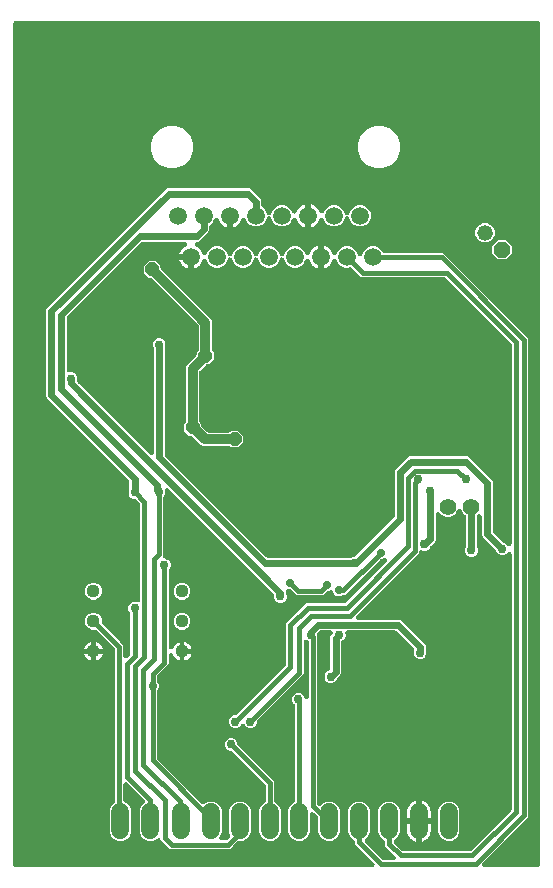
<source format=gbl>
G04 EAGLE Gerber RS-274X export*
G75*
%MOMM*%
%FSLAX34Y34*%
%LPD*%
%INBottom Copper*%
%IPPOS*%
%AMOC8*
5,1,8,0,0,1.08239X$1,22.5*%
G01*
%ADD10C,1.117600*%
%ADD11C,1.408000*%
%ADD12C,1.508000*%
%ADD13P,1.429621X8X337.500000*%
%ADD14C,1.320800*%
%ADD15C,1.508000*%
%ADD16P,1.197556X8X22.500000*%
%ADD17C,0.812800*%
%ADD18C,0.756400*%
%ADD19C,0.400000*%
%ADD20C,0.381000*%
%ADD21C,0.406400*%
%ADD22C,0.600000*%
%ADD23C,0.609600*%
%ADD24C,0.706400*%

G36*
X305979Y2002D02*
X305979Y2002D01*
X305988Y2001D01*
X306181Y2022D01*
X306370Y2041D01*
X306379Y2043D01*
X306388Y2044D01*
X306571Y2102D01*
X306755Y2159D01*
X306763Y2163D01*
X306772Y2166D01*
X306939Y2258D01*
X307109Y2351D01*
X307116Y2356D01*
X307124Y2361D01*
X307271Y2485D01*
X307419Y2608D01*
X307424Y2615D01*
X307431Y2621D01*
X307551Y2773D01*
X307671Y2922D01*
X307675Y2930D01*
X307681Y2937D01*
X307768Y3110D01*
X307857Y3279D01*
X307859Y3288D01*
X307863Y3296D01*
X307915Y3482D01*
X307968Y3666D01*
X307969Y3675D01*
X307971Y3684D01*
X307985Y3877D01*
X308001Y4068D01*
X308000Y4076D01*
X308000Y4085D01*
X307976Y4278D01*
X307954Y4467D01*
X307951Y4476D01*
X307950Y4485D01*
X307889Y4668D01*
X307829Y4850D01*
X307825Y4858D01*
X307822Y4866D01*
X307726Y5033D01*
X307631Y5201D01*
X307625Y5208D01*
X307621Y5215D01*
X307406Y5468D01*
X293883Y18991D01*
X291223Y21651D01*
X291223Y23274D01*
X291221Y23296D01*
X291223Y23318D01*
X291201Y23495D01*
X291183Y23674D01*
X291177Y23696D01*
X291174Y23718D01*
X291118Y23887D01*
X291065Y24059D01*
X291055Y24079D01*
X291048Y24100D01*
X290959Y24256D01*
X290874Y24413D01*
X290859Y24430D01*
X290848Y24450D01*
X290730Y24586D01*
X290616Y24722D01*
X290598Y24736D01*
X290584Y24753D01*
X290442Y24863D01*
X290302Y24975D01*
X290282Y24985D01*
X290265Y24999D01*
X289969Y25150D01*
X289613Y25298D01*
X287063Y27848D01*
X285683Y31179D01*
X285683Y49866D01*
X287063Y53197D01*
X289613Y55747D01*
X292945Y57127D01*
X296551Y57127D01*
X299883Y55747D01*
X302433Y53197D01*
X303813Y49866D01*
X303813Y31179D01*
X302433Y27848D01*
X300151Y25566D01*
X300139Y25552D01*
X300126Y25540D01*
X300012Y25396D01*
X299896Y25254D01*
X299887Y25238D01*
X299876Y25224D01*
X299793Y25060D01*
X299707Y24898D01*
X299702Y24881D01*
X299694Y24865D01*
X299644Y24688D01*
X299592Y24513D01*
X299591Y24495D01*
X299586Y24478D01*
X299573Y24294D01*
X299556Y24112D01*
X299558Y24094D01*
X299557Y24076D01*
X299580Y23894D01*
X299599Y23711D01*
X299605Y23694D01*
X299607Y23677D01*
X299665Y23503D01*
X299721Y23327D01*
X299730Y23312D01*
X299735Y23295D01*
X299827Y23135D01*
X299916Y22975D01*
X299927Y22962D01*
X299936Y22946D01*
X300151Y22693D01*
X314326Y8518D01*
X314347Y8501D01*
X314364Y8481D01*
X314502Y8374D01*
X314637Y8263D01*
X314661Y8250D01*
X314682Y8234D01*
X314839Y8156D01*
X314993Y8074D01*
X315019Y8067D01*
X315043Y8055D01*
X315212Y8009D01*
X315379Y7959D01*
X315406Y7957D01*
X315432Y7950D01*
X315762Y7923D01*
X323815Y7923D01*
X323824Y7924D01*
X323833Y7923D01*
X324025Y7944D01*
X324216Y7963D01*
X324224Y7966D01*
X324233Y7966D01*
X324415Y8024D01*
X324601Y8081D01*
X324609Y8085D01*
X324617Y8088D01*
X324785Y8181D01*
X324955Y8273D01*
X324962Y8278D01*
X324969Y8283D01*
X325116Y8408D01*
X325264Y8531D01*
X325270Y8538D01*
X325276Y8543D01*
X325395Y8694D01*
X325516Y8844D01*
X325520Y8852D01*
X325526Y8859D01*
X325614Y9032D01*
X325702Y9202D01*
X325704Y9210D01*
X325708Y9218D01*
X325760Y9405D01*
X325813Y9589D01*
X325814Y9597D01*
X325816Y9606D01*
X325830Y9799D01*
X325846Y9990D01*
X325845Y9999D01*
X325846Y10008D01*
X325821Y10200D01*
X325799Y10390D01*
X325796Y10398D01*
X325795Y10407D01*
X325734Y10590D01*
X325674Y10772D01*
X325670Y10780D01*
X325667Y10789D01*
X325571Y10956D01*
X325476Y11123D01*
X325471Y11130D01*
X325466Y11138D01*
X325251Y11391D01*
X319283Y17359D01*
X316623Y20019D01*
X316623Y23274D01*
X316621Y23296D01*
X316623Y23318D01*
X316601Y23495D01*
X316583Y23674D01*
X316577Y23696D01*
X316574Y23718D01*
X316518Y23887D01*
X316465Y24059D01*
X316455Y24079D01*
X316448Y24100D01*
X316359Y24256D01*
X316274Y24413D01*
X316259Y24430D01*
X316248Y24450D01*
X316130Y24586D01*
X316016Y24722D01*
X315998Y24736D01*
X315984Y24753D01*
X315842Y24863D01*
X315702Y24975D01*
X315682Y24985D01*
X315665Y24999D01*
X315369Y25150D01*
X315013Y25298D01*
X312463Y27848D01*
X311083Y31179D01*
X311083Y49866D01*
X312463Y53197D01*
X315013Y55747D01*
X318345Y57127D01*
X321951Y57127D01*
X325283Y55747D01*
X327833Y53197D01*
X329213Y49866D01*
X329213Y31179D01*
X327833Y27848D01*
X325282Y25297D01*
X325273Y25292D01*
X325260Y25288D01*
X325096Y25197D01*
X324930Y25108D01*
X324920Y25100D01*
X324908Y25093D01*
X324765Y24972D01*
X324620Y24852D01*
X324611Y24842D01*
X324601Y24833D01*
X324484Y24686D01*
X324366Y24539D01*
X324360Y24527D01*
X324351Y24517D01*
X324266Y24350D01*
X324179Y24183D01*
X324175Y24170D01*
X324169Y24158D01*
X324118Y23976D01*
X324066Y23796D01*
X324065Y23783D01*
X324061Y23770D01*
X324047Y23581D01*
X324031Y23395D01*
X324033Y23382D01*
X324032Y23369D01*
X324055Y23181D01*
X324076Y22995D01*
X324080Y22983D01*
X324082Y22969D01*
X324142Y22791D01*
X324199Y22612D01*
X324206Y22600D01*
X324210Y22587D01*
X324304Y22424D01*
X324396Y22260D01*
X324404Y22250D01*
X324411Y22239D01*
X324626Y21986D01*
X330819Y15792D01*
X330840Y15775D01*
X330858Y15755D01*
X330996Y15648D01*
X331131Y15537D01*
X331155Y15524D01*
X331176Y15508D01*
X331333Y15430D01*
X331487Y15348D01*
X331512Y15341D01*
X331536Y15329D01*
X331706Y15283D01*
X331873Y15234D01*
X331899Y15231D01*
X331925Y15224D01*
X332256Y15197D01*
X388467Y15197D01*
X388494Y15200D01*
X388521Y15198D01*
X388695Y15220D01*
X388868Y15237D01*
X388894Y15245D01*
X388920Y15248D01*
X389086Y15304D01*
X389253Y15355D01*
X389277Y15368D01*
X389302Y15376D01*
X389454Y15464D01*
X389607Y15547D01*
X389628Y15564D01*
X389651Y15577D01*
X389904Y15792D01*
X423358Y49246D01*
X423375Y49267D01*
X423395Y49284D01*
X423502Y49422D01*
X423613Y49557D01*
X423625Y49581D01*
X423642Y49602D01*
X423720Y49759D01*
X423801Y49913D01*
X423809Y49939D01*
X423821Y49963D01*
X423867Y50132D01*
X423916Y50299D01*
X423919Y50326D01*
X423926Y50352D01*
X423953Y50682D01*
X423953Y266666D01*
X423952Y266675D01*
X423953Y266684D01*
X423932Y266876D01*
X423913Y267067D01*
X423910Y267075D01*
X423909Y267084D01*
X423852Y267266D01*
X423795Y267452D01*
X423790Y267459D01*
X423788Y267468D01*
X423695Y267636D01*
X423603Y267806D01*
X423597Y267812D01*
X423593Y267820D01*
X423467Y267968D01*
X423345Y268115D01*
X423338Y268120D01*
X423332Y268127D01*
X423181Y268247D01*
X423031Y268367D01*
X423024Y268371D01*
X423016Y268377D01*
X422844Y268464D01*
X422674Y268553D01*
X422666Y268555D01*
X422658Y268559D01*
X422472Y268611D01*
X422287Y268664D01*
X422278Y268665D01*
X422270Y268667D01*
X422077Y268681D01*
X421886Y268697D01*
X421877Y268696D01*
X421868Y268697D01*
X421675Y268672D01*
X421486Y268650D01*
X421478Y268647D01*
X421469Y268646D01*
X421286Y268585D01*
X421103Y268525D01*
X421095Y268521D01*
X421087Y268518D01*
X420921Y268423D01*
X420753Y268327D01*
X420746Y268321D01*
X420738Y268317D01*
X420485Y268102D01*
X419013Y266630D01*
X417264Y265905D01*
X417263Y265905D01*
X417062Y265822D01*
X414951Y265822D01*
X413001Y266630D01*
X411508Y268123D01*
X410928Y269521D01*
X410914Y269549D01*
X410904Y269578D01*
X410819Y269726D01*
X410738Y269876D01*
X410718Y269900D01*
X410703Y269927D01*
X410488Y270180D01*
X400995Y279673D01*
X399423Y281245D01*
X398727Y282926D01*
X398727Y298511D01*
X398726Y298520D01*
X398727Y298529D01*
X398706Y298719D01*
X398687Y298912D01*
X398685Y298920D01*
X398684Y298929D01*
X398626Y299112D01*
X398569Y299296D01*
X398565Y299304D01*
X398562Y299313D01*
X398469Y299481D01*
X398377Y299650D01*
X398372Y299657D01*
X398367Y299665D01*
X398242Y299813D01*
X398120Y299960D01*
X398113Y299965D01*
X398107Y299972D01*
X397955Y300092D01*
X397806Y300212D01*
X397798Y300216D01*
X397791Y300222D01*
X397618Y300310D01*
X397449Y300398D01*
X397440Y300400D01*
X397432Y300404D01*
X397245Y300456D01*
X397062Y300509D01*
X397053Y300510D01*
X397044Y300512D01*
X396852Y300526D01*
X396660Y300542D01*
X396651Y300541D01*
X396642Y300541D01*
X396452Y300517D01*
X396260Y300495D01*
X396252Y300492D01*
X396243Y300491D01*
X396061Y300430D01*
X395878Y300370D01*
X395870Y300366D01*
X395861Y300363D01*
X395694Y300267D01*
X395527Y300172D01*
X395520Y300166D01*
X395512Y300162D01*
X395259Y299947D01*
X395167Y299855D01*
X395151Y299834D01*
X395130Y299817D01*
X395024Y299679D01*
X394912Y299544D01*
X394900Y299520D01*
X394884Y299499D01*
X394806Y299343D01*
X394724Y299188D01*
X394716Y299162D01*
X394704Y299138D01*
X394659Y298969D01*
X394609Y298802D01*
X394607Y298775D01*
X394600Y298750D01*
X394573Y298419D01*
X394573Y273232D01*
X394576Y273201D01*
X394574Y273169D01*
X394596Y273000D01*
X394613Y272831D01*
X394622Y272801D01*
X394626Y272770D01*
X394727Y272454D01*
X395307Y271056D01*
X395307Y268944D01*
X394499Y266994D01*
X393006Y265501D01*
X391056Y264693D01*
X388944Y264693D01*
X386994Y265501D01*
X385501Y266994D01*
X384693Y268944D01*
X384693Y271056D01*
X385273Y272454D01*
X385282Y272484D01*
X385296Y272512D01*
X385340Y272677D01*
X385389Y272840D01*
X385392Y272871D01*
X385400Y272901D01*
X385427Y273232D01*
X385427Y298419D01*
X385425Y298446D01*
X385427Y298472D01*
X385405Y298646D01*
X385387Y298820D01*
X385380Y298845D01*
X385376Y298872D01*
X385321Y299037D01*
X385269Y299205D01*
X385256Y299228D01*
X385248Y299253D01*
X385161Y299405D01*
X385077Y299559D01*
X385060Y299579D01*
X385047Y299602D01*
X384832Y299855D01*
X382739Y301948D01*
X381877Y304031D01*
X381872Y304039D01*
X381870Y304047D01*
X381777Y304217D01*
X381686Y304386D01*
X381681Y304393D01*
X381676Y304400D01*
X381553Y304548D01*
X381430Y304696D01*
X381423Y304702D01*
X381417Y304709D01*
X381267Y304829D01*
X381117Y304950D01*
X381109Y304954D01*
X381102Y304960D01*
X380930Y305048D01*
X380761Y305137D01*
X380752Y305139D01*
X380744Y305143D01*
X380559Y305196D01*
X380374Y305250D01*
X380365Y305251D01*
X380357Y305253D01*
X380166Y305268D01*
X379973Y305285D01*
X379964Y305284D01*
X379956Y305284D01*
X379764Y305261D01*
X379573Y305239D01*
X379565Y305237D01*
X379556Y305236D01*
X379373Y305175D01*
X379190Y305116D01*
X379182Y305112D01*
X379174Y305109D01*
X379007Y305014D01*
X378838Y304920D01*
X378832Y304914D01*
X378824Y304910D01*
X378680Y304784D01*
X378533Y304658D01*
X378527Y304651D01*
X378520Y304645D01*
X378403Y304493D01*
X378284Y304341D01*
X378280Y304333D01*
X378275Y304326D01*
X378123Y304031D01*
X377261Y301948D01*
X374852Y299539D01*
X371704Y298235D01*
X368296Y298235D01*
X365148Y299539D01*
X363040Y301647D01*
X363033Y301653D01*
X363028Y301660D01*
X362878Y301780D01*
X362729Y301902D01*
X362721Y301907D01*
X362714Y301912D01*
X362544Y302001D01*
X362373Y302091D01*
X362364Y302094D01*
X362357Y302098D01*
X362172Y302151D01*
X361987Y302206D01*
X361978Y302207D01*
X361970Y302209D01*
X361779Y302225D01*
X361586Y302242D01*
X361577Y302241D01*
X361568Y302242D01*
X361379Y302220D01*
X361186Y302199D01*
X361177Y302196D01*
X361169Y302195D01*
X360987Y302136D01*
X360802Y302077D01*
X360794Y302073D01*
X360786Y302070D01*
X360617Y301975D01*
X360450Y301882D01*
X360443Y301877D01*
X360435Y301872D01*
X360289Y301746D01*
X360143Y301622D01*
X360137Y301615D01*
X360130Y301609D01*
X360013Y301458D01*
X359893Y301306D01*
X359889Y301298D01*
X359884Y301291D01*
X359798Y301119D01*
X359711Y300947D01*
X359708Y300939D01*
X359704Y300931D01*
X359654Y300745D01*
X359603Y300559D01*
X359602Y300550D01*
X359600Y300542D01*
X359573Y300211D01*
X359573Y279090D01*
X358877Y277410D01*
X355519Y274052D01*
X355499Y274028D01*
X355475Y274007D01*
X355371Y273872D01*
X355263Y273740D01*
X355249Y273713D01*
X355230Y273688D01*
X355078Y273393D01*
X354499Y271994D01*
X353006Y270501D01*
X351056Y269693D01*
X348944Y269693D01*
X348338Y269944D01*
X348325Y269948D01*
X348314Y269954D01*
X348133Y270006D01*
X347953Y270061D01*
X347940Y270062D01*
X347927Y270066D01*
X347738Y270081D01*
X347552Y270099D01*
X347539Y270098D01*
X347525Y270099D01*
X347339Y270077D01*
X347152Y270057D01*
X347139Y270053D01*
X347126Y270052D01*
X346948Y269994D01*
X346767Y269937D01*
X346756Y269931D01*
X346743Y269927D01*
X346579Y269834D01*
X346414Y269744D01*
X346404Y269736D01*
X346392Y269729D01*
X346250Y269606D01*
X346106Y269485D01*
X346098Y269475D01*
X346087Y269466D01*
X345973Y269318D01*
X345855Y269170D01*
X345849Y269158D01*
X345841Y269148D01*
X345757Y268980D01*
X345671Y268812D01*
X345667Y268799D01*
X345661Y268787D01*
X345612Y268605D01*
X345561Y268425D01*
X345560Y268411D01*
X345557Y268398D01*
X345530Y268068D01*
X345530Y267679D01*
X292645Y214794D01*
X292639Y214787D01*
X292632Y214782D01*
X292512Y214632D01*
X292390Y214483D01*
X292385Y214475D01*
X292380Y214468D01*
X292291Y214297D01*
X292201Y214127D01*
X292198Y214119D01*
X292194Y214111D01*
X292141Y213925D01*
X292086Y213741D01*
X292085Y213732D01*
X292083Y213724D01*
X292067Y213532D01*
X292050Y213340D01*
X292051Y213331D01*
X292050Y213322D01*
X292072Y213133D01*
X292093Y212940D01*
X292096Y212931D01*
X292097Y212923D01*
X292156Y212741D01*
X292215Y212556D01*
X292219Y212548D01*
X292222Y212540D01*
X292317Y212371D01*
X292410Y212204D01*
X292415Y212197D01*
X292420Y212189D01*
X292546Y212043D01*
X292670Y211897D01*
X292677Y211891D01*
X292683Y211884D01*
X292834Y211767D01*
X292986Y211647D01*
X292994Y211643D01*
X293001Y211638D01*
X293173Y211552D01*
X293345Y211465D01*
X293353Y211462D01*
X293361Y211458D01*
X293548Y211408D01*
X293733Y211357D01*
X293742Y211356D01*
X293750Y211354D01*
X294081Y211327D01*
X328756Y211327D01*
X330436Y210631D01*
X350477Y190590D01*
X351173Y188910D01*
X351173Y186232D01*
X351176Y186201D01*
X351174Y186170D01*
X351196Y186000D01*
X351213Y185831D01*
X351222Y185801D01*
X351226Y185770D01*
X351327Y185454D01*
X351907Y184056D01*
X351907Y181944D01*
X351099Y179994D01*
X349606Y178501D01*
X347656Y177693D01*
X345544Y177693D01*
X343594Y178501D01*
X342101Y179994D01*
X341293Y181944D01*
X341293Y184056D01*
X341589Y184770D01*
X341596Y184792D01*
X341606Y184812D01*
X341654Y184984D01*
X341706Y185156D01*
X341708Y185178D01*
X341714Y185200D01*
X341727Y185379D01*
X341744Y185557D01*
X341742Y185579D01*
X341743Y185601D01*
X341721Y185779D01*
X341702Y185957D01*
X341696Y185978D01*
X341693Y186001D01*
X341636Y186171D01*
X341583Y186342D01*
X341572Y186361D01*
X341565Y186382D01*
X341475Y186537D01*
X341389Y186695D01*
X341375Y186712D01*
X341364Y186731D01*
X341149Y186984D01*
X326547Y201586D01*
X326526Y201603D01*
X326509Y201624D01*
X326371Y201731D01*
X326235Y201841D01*
X326212Y201854D01*
X326191Y201870D01*
X326034Y201948D01*
X325880Y202030D01*
X325854Y202038D01*
X325830Y202050D01*
X325661Y202095D01*
X325494Y202145D01*
X325467Y202147D01*
X325441Y202154D01*
X325111Y202181D01*
X285318Y202181D01*
X285304Y202180D01*
X285291Y202181D01*
X285105Y202160D01*
X284917Y202141D01*
X284904Y202137D01*
X284891Y202136D01*
X284713Y202079D01*
X284532Y202023D01*
X284520Y202017D01*
X284508Y202013D01*
X284343Y201921D01*
X284178Y201831D01*
X284168Y201823D01*
X284156Y201816D01*
X284012Y201693D01*
X283869Y201574D01*
X283861Y201563D01*
X283850Y201555D01*
X283734Y201406D01*
X283617Y201260D01*
X283610Y201248D01*
X283602Y201238D01*
X283517Y201068D01*
X283431Y200903D01*
X283427Y200890D01*
X283421Y200878D01*
X283371Y200696D01*
X283320Y200516D01*
X283319Y200502D01*
X283315Y200489D01*
X283302Y200303D01*
X283287Y200114D01*
X283288Y200101D01*
X283287Y200088D01*
X283312Y199901D01*
X283334Y199715D01*
X283338Y199702D01*
X283340Y199689D01*
X283407Y199480D01*
X283407Y197344D01*
X282599Y195394D01*
X281106Y193901D01*
X280927Y193827D01*
X280907Y193816D01*
X280886Y193809D01*
X280730Y193721D01*
X280572Y193637D01*
X280555Y193623D01*
X280535Y193612D01*
X280399Y193494D01*
X280261Y193380D01*
X280247Y193363D01*
X280230Y193348D01*
X280121Y193207D01*
X280008Y193068D01*
X279997Y193048D01*
X279984Y193030D01*
X279904Y192870D01*
X279821Y192711D01*
X279814Y192690D01*
X279804Y192670D01*
X279758Y192496D01*
X279708Y192325D01*
X279706Y192303D01*
X279700Y192281D01*
X279673Y191950D01*
X279673Y166293D01*
X278977Y164613D01*
X277405Y163041D01*
X276415Y162051D01*
X276395Y162027D01*
X276372Y162006D01*
X276268Y161872D01*
X276160Y161740D01*
X276145Y161712D01*
X276126Y161687D01*
X275975Y161392D01*
X275395Y159993D01*
X273903Y158500D01*
X271952Y157693D01*
X269841Y157693D01*
X267891Y158500D01*
X266398Y159993D01*
X265590Y161944D01*
X265590Y164055D01*
X266398Y166005D01*
X267891Y167498D01*
X269273Y168071D01*
X269293Y168081D01*
X269314Y168088D01*
X269471Y168177D01*
X269628Y168261D01*
X269645Y168275D01*
X269665Y168286D01*
X269801Y168404D01*
X269939Y168518D01*
X269953Y168535D01*
X269970Y168549D01*
X270079Y168691D01*
X270192Y168830D01*
X270203Y168850D01*
X270216Y168868D01*
X270296Y169028D01*
X270379Y169187D01*
X270386Y169208D01*
X270396Y169228D01*
X270442Y169402D01*
X270492Y169573D01*
X270494Y169595D01*
X270500Y169617D01*
X270527Y169948D01*
X270527Y196310D01*
X271223Y197990D01*
X271947Y198714D01*
X271953Y198721D01*
X271959Y198726D01*
X272079Y198875D01*
X272202Y199025D01*
X272206Y199033D01*
X272212Y199040D01*
X272300Y199210D01*
X272391Y199381D01*
X272393Y199390D01*
X272397Y199397D01*
X272450Y199582D01*
X272505Y199767D01*
X272506Y199776D01*
X272509Y199784D01*
X272524Y199975D01*
X272542Y200168D01*
X272541Y200177D01*
X272542Y200186D01*
X272519Y200375D01*
X272498Y200568D01*
X272496Y200577D01*
X272495Y200585D01*
X272435Y200768D01*
X272377Y200952D01*
X272373Y200960D01*
X272370Y200968D01*
X272276Y201135D01*
X272182Y201304D01*
X272176Y201311D01*
X272172Y201319D01*
X272047Y201464D01*
X271922Y201611D01*
X271915Y201617D01*
X271909Y201624D01*
X271757Y201741D01*
X271606Y201861D01*
X271598Y201865D01*
X271591Y201870D01*
X271419Y201956D01*
X271247Y202043D01*
X271238Y202046D01*
X271230Y202050D01*
X271045Y202099D01*
X270859Y202151D01*
X270850Y202152D01*
X270841Y202154D01*
X270511Y202181D01*
X262475Y202181D01*
X262449Y202179D01*
X262422Y202181D01*
X262248Y202159D01*
X262074Y202141D01*
X262049Y202134D01*
X262022Y202130D01*
X261857Y202075D01*
X261690Y202023D01*
X261666Y202010D01*
X261641Y202002D01*
X261489Y201915D01*
X261336Y201831D01*
X261315Y201814D01*
X261292Y201801D01*
X261039Y201586D01*
X259802Y200349D01*
X259785Y200329D01*
X259764Y200311D01*
X259657Y200173D01*
X259547Y200038D01*
X259534Y200014D01*
X259518Y199993D01*
X259440Y199836D01*
X259358Y199682D01*
X259350Y199657D01*
X259338Y199632D01*
X259293Y199463D01*
X259243Y199296D01*
X259241Y199270D01*
X259234Y199244D01*
X259207Y198913D01*
X259207Y198785D01*
X259209Y198758D01*
X259207Y198732D01*
X259229Y198558D01*
X259247Y198384D01*
X259254Y198359D01*
X259258Y198332D01*
X259313Y198167D01*
X259360Y198016D01*
X259360Y55797D01*
X259361Y55789D01*
X259360Y55780D01*
X259381Y55588D01*
X259400Y55397D01*
X259402Y55388D01*
X259403Y55379D01*
X259461Y55197D01*
X259518Y55012D01*
X259522Y55004D01*
X259525Y54996D01*
X259618Y54827D01*
X259709Y54658D01*
X259715Y54651D01*
X259720Y54643D01*
X259845Y54495D01*
X259967Y54349D01*
X259974Y54343D01*
X259980Y54336D01*
X260132Y54216D01*
X260281Y54096D01*
X260289Y54092D01*
X260296Y54087D01*
X260468Y53999D01*
X260638Y53911D01*
X260647Y53908D01*
X260655Y53904D01*
X260841Y53852D01*
X261025Y53799D01*
X261034Y53799D01*
X261043Y53796D01*
X261235Y53782D01*
X261426Y53766D01*
X261435Y53768D01*
X261444Y53767D01*
X261637Y53791D01*
X261826Y53813D01*
X261835Y53816D01*
X261844Y53817D01*
X262026Y53879D01*
X262209Y53938D01*
X262217Y53943D01*
X262225Y53945D01*
X262391Y54041D01*
X262560Y54136D01*
X262567Y54142D01*
X262574Y54146D01*
X262827Y54361D01*
X264213Y55747D01*
X267545Y57127D01*
X271151Y57127D01*
X274483Y55747D01*
X277033Y53197D01*
X278413Y49866D01*
X278413Y31179D01*
X277033Y27848D01*
X274483Y25298D01*
X271800Y24186D01*
X271151Y23918D01*
X267545Y23918D01*
X264213Y25298D01*
X261663Y27848D01*
X260283Y31179D01*
X260283Y43217D01*
X260281Y43243D01*
X260283Y43270D01*
X260261Y43444D01*
X260243Y43617D01*
X260236Y43643D01*
X260232Y43670D01*
X260177Y43835D01*
X260125Y44002D01*
X260113Y44026D01*
X260104Y44051D01*
X260017Y44203D01*
X259934Y44356D01*
X259917Y44377D01*
X259903Y44400D01*
X259688Y44653D01*
X256480Y47861D01*
X256473Y47867D01*
X256468Y47874D01*
X256318Y47994D01*
X256169Y48116D01*
X256161Y48120D01*
X256154Y48126D01*
X255983Y48215D01*
X255813Y48305D01*
X255805Y48307D01*
X255797Y48311D01*
X255612Y48365D01*
X255427Y48420D01*
X255418Y48420D01*
X255410Y48423D01*
X255219Y48439D01*
X255026Y48456D01*
X255017Y48455D01*
X255009Y48456D01*
X254819Y48434D01*
X254626Y48413D01*
X254617Y48410D01*
X254609Y48409D01*
X254427Y48349D01*
X254242Y48291D01*
X254234Y48287D01*
X254226Y48284D01*
X254058Y48189D01*
X253890Y48096D01*
X253883Y48091D01*
X253875Y48086D01*
X253729Y47960D01*
X253583Y47836D01*
X253577Y47829D01*
X253571Y47823D01*
X253453Y47672D01*
X253333Y47520D01*
X253329Y47512D01*
X253324Y47505D01*
X253238Y47333D01*
X253151Y47161D01*
X253149Y47152D01*
X253145Y47144D01*
X253094Y46958D01*
X253043Y46773D01*
X253042Y46764D01*
X253040Y46756D01*
X253013Y46425D01*
X253013Y31179D01*
X251633Y27848D01*
X249083Y25298D01*
X246400Y24186D01*
X245751Y23918D01*
X242145Y23918D01*
X238813Y25298D01*
X236263Y27848D01*
X234883Y31179D01*
X234883Y49866D01*
X236263Y53197D01*
X238813Y55747D01*
X239264Y55934D01*
X239284Y55945D01*
X239305Y55951D01*
X239461Y56040D01*
X239619Y56124D01*
X239637Y56138D01*
X239656Y56149D01*
X239791Y56266D01*
X239930Y56381D01*
X239944Y56398D01*
X239961Y56413D01*
X240070Y56554D01*
X240183Y56693D01*
X240194Y56713D01*
X240207Y56731D01*
X240287Y56891D01*
X240370Y57050D01*
X240377Y57071D01*
X240387Y57091D01*
X240433Y57265D01*
X240484Y57436D01*
X240485Y57458D01*
X240491Y57480D01*
X240518Y57811D01*
X240518Y138537D01*
X240516Y138563D01*
X240518Y138590D01*
X240496Y138764D01*
X240478Y138937D01*
X240471Y138963D01*
X240467Y138990D01*
X240412Y139155D01*
X240360Y139322D01*
X240348Y139346D01*
X240339Y139371D01*
X240252Y139523D01*
X240169Y139676D01*
X240152Y139697D01*
X240138Y139720D01*
X239923Y139973D01*
X238879Y141018D01*
X238071Y142968D01*
X238071Y145080D01*
X238879Y147030D01*
X240371Y148523D01*
X242322Y149331D01*
X244433Y149331D01*
X246384Y148523D01*
X247876Y147030D01*
X248592Y145301D01*
X248594Y145297D01*
X248596Y145293D01*
X248689Y145120D01*
X248783Y144946D01*
X248785Y144943D01*
X248788Y144939D01*
X248913Y144789D01*
X249039Y144636D01*
X249042Y144633D01*
X249045Y144630D01*
X249198Y144507D01*
X249352Y144382D01*
X249356Y144380D01*
X249359Y144377D01*
X249532Y144287D01*
X249708Y144195D01*
X249712Y144194D01*
X249716Y144192D01*
X249904Y144138D01*
X250094Y144082D01*
X250099Y144082D01*
X250103Y144081D01*
X250301Y144064D01*
X250496Y144048D01*
X250500Y144048D01*
X250505Y144048D01*
X250699Y144070D01*
X250896Y144093D01*
X250900Y144094D01*
X250904Y144095D01*
X251090Y144155D01*
X251279Y144216D01*
X251283Y144218D01*
X251287Y144219D01*
X251459Y144316D01*
X251630Y144412D01*
X251634Y144415D01*
X251638Y144417D01*
X251786Y144546D01*
X251936Y144674D01*
X251939Y144678D01*
X251942Y144680D01*
X252062Y144835D01*
X252185Y144991D01*
X252187Y144995D01*
X252189Y144999D01*
X252277Y145175D01*
X252365Y145351D01*
X252367Y145355D01*
X252369Y145359D01*
X252420Y145550D01*
X252472Y145739D01*
X252472Y145744D01*
X252473Y145748D01*
X252500Y146079D01*
X252500Y191879D01*
X252498Y191901D01*
X252500Y191923D01*
X252478Y192101D01*
X252460Y192279D01*
X252454Y192300D01*
X252451Y192323D01*
X252395Y192493D01*
X252342Y192664D01*
X252332Y192684D01*
X252325Y192705D01*
X252236Y192860D01*
X252150Y193018D01*
X252136Y193035D01*
X252125Y193055D01*
X252007Y193190D01*
X251893Y193327D01*
X251875Y193341D01*
X251861Y193358D01*
X251718Y193468D01*
X251579Y193580D01*
X251559Y193590D01*
X251541Y193604D01*
X251246Y193755D01*
X250627Y194012D01*
X250614Y194016D01*
X250603Y194022D01*
X250422Y194074D01*
X250242Y194128D01*
X250229Y194129D01*
X250216Y194133D01*
X250027Y194149D01*
X249841Y194166D01*
X249828Y194165D01*
X249814Y194166D01*
X249628Y194144D01*
X249441Y194125D01*
X249428Y194121D01*
X249415Y194119D01*
X249237Y194061D01*
X249056Y194005D01*
X249045Y193998D01*
X249032Y193994D01*
X248868Y193902D01*
X248703Y193812D01*
X248693Y193803D01*
X248681Y193796D01*
X248539Y193673D01*
X248395Y193552D01*
X248387Y193542D01*
X248376Y193533D01*
X248262Y193385D01*
X248144Y193238D01*
X248138Y193226D01*
X248130Y193215D01*
X248046Y193047D01*
X247960Y192879D01*
X247956Y192867D01*
X247950Y192855D01*
X247901Y192672D01*
X247850Y192492D01*
X247849Y192479D01*
X247846Y192466D01*
X247819Y192135D01*
X247819Y164968D01*
X208802Y125951D01*
X208785Y125931D01*
X208764Y125913D01*
X208657Y125775D01*
X208547Y125640D01*
X208534Y125616D01*
X208518Y125595D01*
X208440Y125438D01*
X208358Y125284D01*
X208350Y125259D01*
X208338Y125234D01*
X208293Y125065D01*
X208243Y124898D01*
X208241Y124872D01*
X208234Y124846D01*
X208207Y124515D01*
X208207Y123844D01*
X207399Y121894D01*
X205906Y120401D01*
X204105Y119655D01*
X203956Y119593D01*
X201844Y119593D01*
X199894Y120401D01*
X198401Y121894D01*
X198306Y122124D01*
X198302Y122132D01*
X198299Y122140D01*
X198207Y122309D01*
X198116Y122479D01*
X198110Y122486D01*
X198106Y122494D01*
X197982Y122640D01*
X197859Y122789D01*
X197852Y122795D01*
X197847Y122802D01*
X197696Y122921D01*
X197547Y123043D01*
X197539Y123047D01*
X197532Y123053D01*
X197360Y123141D01*
X197190Y123230D01*
X197182Y123232D01*
X197174Y123237D01*
X196987Y123290D01*
X196804Y123343D01*
X196795Y123344D01*
X196786Y123346D01*
X196593Y123361D01*
X196403Y123378D01*
X196394Y123377D01*
X196385Y123377D01*
X196194Y123354D01*
X196003Y123333D01*
X195994Y123330D01*
X195985Y123329D01*
X195803Y123268D01*
X195619Y123209D01*
X195611Y123205D01*
X195603Y123202D01*
X195436Y123107D01*
X195268Y123013D01*
X195261Y123007D01*
X195253Y123003D01*
X195108Y122876D01*
X194962Y122751D01*
X194956Y122744D01*
X194950Y122738D01*
X194832Y122586D01*
X194714Y122434D01*
X194710Y122426D01*
X194704Y122419D01*
X194553Y122124D01*
X194499Y121994D01*
X193006Y120501D01*
X191056Y119693D01*
X188944Y119693D01*
X186994Y120501D01*
X185501Y121994D01*
X184693Y123944D01*
X184693Y126056D01*
X185501Y128006D01*
X186994Y129499D01*
X188944Y130307D01*
X189615Y130307D01*
X189642Y130309D01*
X189668Y130307D01*
X189842Y130329D01*
X190016Y130347D01*
X190041Y130354D01*
X190068Y130358D01*
X190233Y130413D01*
X190401Y130465D01*
X190424Y130478D01*
X190449Y130486D01*
X190601Y130573D01*
X190755Y130657D01*
X190775Y130674D01*
X190798Y130687D01*
X191051Y130902D01*
X232330Y172181D01*
X232347Y172201D01*
X232368Y172219D01*
X232475Y172357D01*
X232585Y172492D01*
X232598Y172516D01*
X232614Y172537D01*
X232692Y172694D01*
X232774Y172848D01*
X232782Y172873D01*
X232794Y172898D01*
X232839Y173067D01*
X232889Y173234D01*
X232891Y173260D01*
X232898Y173286D01*
X232925Y173617D01*
X232925Y207793D01*
X250127Y224995D01*
X282134Y224995D01*
X282160Y224997D01*
X282187Y224995D01*
X282361Y225017D01*
X282534Y225035D01*
X282560Y225042D01*
X282587Y225046D01*
X282752Y225101D01*
X282919Y225153D01*
X282943Y225166D01*
X282968Y225174D01*
X283120Y225261D01*
X283273Y225345D01*
X283294Y225362D01*
X283317Y225375D01*
X283570Y225590D01*
X317927Y259947D01*
X317930Y259950D01*
X317934Y259953D01*
X318058Y260107D01*
X318182Y260258D01*
X318185Y260262D01*
X318187Y260266D01*
X318281Y260444D01*
X318371Y260614D01*
X318372Y260618D01*
X318374Y260622D01*
X318430Y260813D01*
X318486Y261000D01*
X318486Y261004D01*
X318488Y261009D01*
X318504Y261201D01*
X318522Y261401D01*
X318522Y261406D01*
X318522Y261410D01*
X318501Y261600D01*
X318479Y261801D01*
X318477Y261806D01*
X318477Y261810D01*
X318418Y261994D01*
X318357Y262185D01*
X318355Y262189D01*
X318354Y262193D01*
X318257Y262366D01*
X318163Y262537D01*
X318160Y262541D01*
X318157Y262545D01*
X318028Y262696D01*
X317902Y262844D01*
X317899Y262847D01*
X317896Y262851D01*
X317742Y262971D01*
X317586Y263094D01*
X317582Y263096D01*
X317579Y263099D01*
X317403Y263187D01*
X317227Y263276D01*
X317223Y263278D01*
X317219Y263280D01*
X317029Y263332D01*
X316839Y263384D01*
X316835Y263385D01*
X316831Y263386D01*
X316638Y263399D01*
X316438Y263414D01*
X316433Y263413D01*
X316429Y263413D01*
X316239Y263389D01*
X316038Y263363D01*
X316034Y263362D01*
X316030Y263361D01*
X315714Y263260D01*
X314060Y262575D01*
X313824Y262575D01*
X313797Y262572D01*
X313771Y262574D01*
X313597Y262552D01*
X313423Y262535D01*
X313398Y262527D01*
X313371Y262524D01*
X313206Y262468D01*
X313038Y262417D01*
X313015Y262404D01*
X312990Y262396D01*
X312838Y262308D01*
X312684Y262225D01*
X312664Y262208D01*
X312641Y262195D01*
X312388Y261980D01*
X282881Y232473D01*
X282167Y232473D01*
X282141Y232471D01*
X282114Y232473D01*
X281940Y232451D01*
X281767Y232433D01*
X281741Y232426D01*
X281715Y232422D01*
X281549Y232367D01*
X281382Y232315D01*
X281358Y232302D01*
X281333Y232294D01*
X281181Y232207D01*
X281028Y232124D01*
X281007Y232106D01*
X280984Y232093D01*
X280731Y231878D01*
X280564Y231711D01*
X278705Y230941D01*
X276694Y230941D01*
X274835Y231711D01*
X273412Y233134D01*
X272638Y235003D01*
X272630Y235018D01*
X272624Y235035D01*
X272535Y235196D01*
X272448Y235357D01*
X272437Y235371D01*
X272428Y235387D01*
X272309Y235526D01*
X272192Y235668D01*
X272178Y235679D01*
X272166Y235693D01*
X272021Y235806D01*
X271879Y235921D01*
X271863Y235930D01*
X271849Y235941D01*
X271686Y236023D01*
X271523Y236109D01*
X271505Y236114D01*
X271489Y236122D01*
X271313Y236170D01*
X271136Y236222D01*
X271118Y236223D01*
X271101Y236228D01*
X270918Y236240D01*
X270735Y236256D01*
X270717Y236254D01*
X270699Y236255D01*
X270517Y236232D01*
X270335Y236211D01*
X270318Y236206D01*
X270300Y236203D01*
X269984Y236102D01*
X269131Y235748D01*
X268894Y235748D01*
X268868Y235746D01*
X268841Y235748D01*
X268667Y235726D01*
X268494Y235708D01*
X268468Y235700D01*
X268442Y235697D01*
X268276Y235641D01*
X268109Y235590D01*
X268085Y235577D01*
X268060Y235569D01*
X267908Y235482D01*
X267755Y235398D01*
X267734Y235381D01*
X267711Y235368D01*
X267458Y235153D01*
X264341Y232036D01*
X241882Y232036D01*
X236989Y236930D01*
X236968Y236946D01*
X236951Y236967D01*
X236813Y237074D01*
X236678Y237185D01*
X236654Y237197D01*
X236633Y237214D01*
X236476Y237292D01*
X236322Y237373D01*
X236296Y237381D01*
X236272Y237393D01*
X236103Y237438D01*
X235936Y237488D01*
X235909Y237490D01*
X235883Y237497D01*
X235553Y237524D01*
X235002Y237524D01*
X234874Y237537D01*
X234865Y237536D01*
X234855Y237537D01*
X234663Y237515D01*
X234474Y237495D01*
X234465Y237492D01*
X234455Y237491D01*
X234272Y237432D01*
X234089Y237375D01*
X234081Y237371D01*
X234072Y237368D01*
X233905Y237275D01*
X233736Y237182D01*
X233729Y237176D01*
X233721Y237171D01*
X233575Y237047D01*
X233428Y236923D01*
X233422Y236916D01*
X233415Y236909D01*
X233296Y236758D01*
X233177Y236608D01*
X233173Y236600D01*
X233167Y236592D01*
X233081Y236421D01*
X232993Y236250D01*
X232990Y236241D01*
X232986Y236233D01*
X232935Y236048D01*
X232883Y235863D01*
X232882Y235853D01*
X232880Y235844D01*
X232867Y235653D01*
X232852Y235461D01*
X232853Y235452D01*
X232852Y235443D01*
X232871Y235297D01*
X232871Y234201D01*
X232875Y234170D01*
X232872Y234139D01*
X232895Y233969D01*
X232911Y233800D01*
X232920Y233770D01*
X232925Y233739D01*
X233026Y233423D01*
X233605Y232025D01*
X233605Y229913D01*
X232798Y227963D01*
X231305Y226470D01*
X229354Y225662D01*
X227243Y225662D01*
X225293Y226470D01*
X223800Y227963D01*
X222992Y229913D01*
X222992Y232142D01*
X222989Y232169D01*
X222991Y232195D01*
X222969Y232369D01*
X222952Y232543D01*
X222944Y232568D01*
X222941Y232595D01*
X222885Y232760D01*
X222834Y232928D01*
X222821Y232951D01*
X222813Y232976D01*
X222725Y233128D01*
X222642Y233282D01*
X222625Y233302D01*
X222612Y233325D01*
X222397Y233578D01*
X134040Y321935D01*
X134033Y321941D01*
X134028Y321948D01*
X133878Y322068D01*
X133729Y322190D01*
X133721Y322194D01*
X133714Y322200D01*
X133543Y322289D01*
X133373Y322379D01*
X133364Y322381D01*
X133357Y322386D01*
X133171Y322439D01*
X132987Y322494D01*
X132978Y322494D01*
X132970Y322497D01*
X132778Y322513D01*
X132586Y322530D01*
X132577Y322529D01*
X132568Y322530D01*
X132379Y322508D01*
X132186Y322487D01*
X132177Y322484D01*
X132169Y322483D01*
X131987Y322424D01*
X131802Y322365D01*
X131794Y322361D01*
X131786Y322358D01*
X131617Y322263D01*
X131450Y322170D01*
X131443Y322165D01*
X131435Y322160D01*
X131289Y322034D01*
X131143Y321910D01*
X131137Y321903D01*
X131130Y321897D01*
X131013Y321746D01*
X130893Y321594D01*
X130889Y321586D01*
X130884Y321579D01*
X130798Y321407D01*
X130711Y321235D01*
X130708Y321226D01*
X130704Y321218D01*
X130654Y321032D01*
X130603Y320847D01*
X130602Y320838D01*
X130600Y320830D01*
X130573Y320499D01*
X130573Y317988D01*
X129765Y316037D01*
X129386Y315658D01*
X129369Y315637D01*
X129348Y315620D01*
X129241Y315482D01*
X129131Y315347D01*
X129118Y315323D01*
X129102Y315302D01*
X129024Y315145D01*
X128942Y314991D01*
X128934Y314965D01*
X128922Y314941D01*
X128877Y314772D01*
X128827Y314605D01*
X128825Y314578D01*
X128818Y314553D01*
X128791Y314222D01*
X128791Y265038D01*
X128792Y265020D01*
X128791Y265002D01*
X128812Y264820D01*
X128831Y264637D01*
X128836Y264620D01*
X128838Y264603D01*
X128895Y264428D01*
X128949Y264252D01*
X128957Y264237D01*
X128963Y264220D01*
X129053Y264059D01*
X129140Y263898D01*
X129152Y263885D01*
X129161Y263869D01*
X129281Y263730D01*
X129398Y263589D01*
X129412Y263578D01*
X129424Y263564D01*
X129569Y263452D01*
X129712Y263337D01*
X129728Y263329D01*
X129742Y263318D01*
X129907Y263236D01*
X130069Y263151D01*
X130086Y263146D01*
X130102Y263138D01*
X130281Y263091D01*
X130456Y263040D01*
X130474Y263038D01*
X130491Y263034D01*
X130822Y263007D01*
X130956Y263007D01*
X132906Y262199D01*
X134399Y260706D01*
X135207Y258756D01*
X135207Y256644D01*
X134399Y254694D01*
X134120Y254415D01*
X134103Y254394D01*
X134082Y254377D01*
X133975Y254239D01*
X133865Y254103D01*
X133852Y254080D01*
X133836Y254059D01*
X133758Y253902D01*
X133676Y253748D01*
X133668Y253722D01*
X133656Y253698D01*
X133611Y253529D01*
X133561Y253362D01*
X133559Y253335D01*
X133552Y253309D01*
X133525Y252979D01*
X133525Y188349D01*
X133525Y188345D01*
X133525Y188340D01*
X133545Y188146D01*
X133565Y187949D01*
X133566Y187945D01*
X133566Y187940D01*
X133625Y187751D01*
X133683Y187564D01*
X133685Y187560D01*
X133686Y187556D01*
X133782Y187381D01*
X133875Y187210D01*
X133877Y187206D01*
X133880Y187202D01*
X134008Y187049D01*
X134132Y186901D01*
X134136Y186898D01*
X134139Y186894D01*
X134295Y186770D01*
X134446Y186648D01*
X134450Y186646D01*
X134454Y186643D01*
X134631Y186552D01*
X134803Y186463D01*
X134808Y186462D01*
X134812Y186459D01*
X135004Y186405D01*
X135190Y186351D01*
X135195Y186351D01*
X135199Y186350D01*
X135395Y186335D01*
X135592Y186318D01*
X135596Y186319D01*
X135600Y186319D01*
X135795Y186342D01*
X135991Y186365D01*
X135996Y186367D01*
X136000Y186367D01*
X136187Y186429D01*
X136374Y186490D01*
X136378Y186492D01*
X136382Y186494D01*
X136551Y186590D01*
X136725Y186688D01*
X136728Y186691D01*
X136732Y186693D01*
X136881Y186823D01*
X137029Y186951D01*
X137032Y186955D01*
X137036Y186958D01*
X137157Y187115D01*
X137276Y187269D01*
X137278Y187273D01*
X137281Y187277D01*
X137433Y187572D01*
X137796Y188450D01*
X138686Y189782D01*
X139818Y190914D01*
X141150Y191804D01*
X142629Y192416D01*
X142969Y192484D01*
X142969Y184600D01*
X142969Y176716D01*
X142629Y176784D01*
X141150Y177396D01*
X139818Y178286D01*
X138686Y179418D01*
X137796Y180750D01*
X137433Y181628D01*
X137431Y181632D01*
X137429Y181636D01*
X137336Y181809D01*
X137242Y181983D01*
X137240Y181986D01*
X137237Y181990D01*
X137112Y182140D01*
X136986Y182293D01*
X136983Y182296D01*
X136980Y182299D01*
X136826Y182423D01*
X136673Y182547D01*
X136669Y182549D01*
X136666Y182552D01*
X136491Y182642D01*
X136317Y182734D01*
X136313Y182735D01*
X136309Y182737D01*
X136121Y182791D01*
X135930Y182847D01*
X135926Y182847D01*
X135922Y182849D01*
X135724Y182865D01*
X135529Y182882D01*
X135525Y182881D01*
X135520Y182882D01*
X135325Y182859D01*
X135129Y182837D01*
X135125Y182835D01*
X135121Y182835D01*
X134933Y182773D01*
X134746Y182713D01*
X134742Y182711D01*
X134738Y182710D01*
X134565Y182612D01*
X134394Y182517D01*
X134391Y182514D01*
X134387Y182512D01*
X134239Y182384D01*
X134089Y182255D01*
X134086Y182252D01*
X134082Y182249D01*
X133963Y182095D01*
X133840Y181938D01*
X133838Y181934D01*
X133836Y181931D01*
X133749Y181756D01*
X133660Y181578D01*
X133658Y181574D01*
X133656Y181570D01*
X133605Y181380D01*
X133553Y181190D01*
X133553Y181186D01*
X133552Y181181D01*
X133525Y180851D01*
X133525Y173540D01*
X130865Y170881D01*
X130865Y170880D01*
X124120Y164135D01*
X124103Y164114D01*
X124082Y164097D01*
X123975Y163959D01*
X123865Y163823D01*
X123852Y163800D01*
X123836Y163779D01*
X123758Y163622D01*
X123676Y163468D01*
X123668Y163442D01*
X123656Y163418D01*
X123611Y163249D01*
X123561Y163082D01*
X123559Y163055D01*
X123552Y163029D01*
X123525Y162699D01*
X123525Y159822D01*
X123527Y159795D01*
X123525Y159768D01*
X123547Y159594D01*
X123565Y159421D01*
X123572Y159395D01*
X123576Y159369D01*
X123631Y159203D01*
X123683Y159036D01*
X123696Y159012D01*
X123704Y158987D01*
X123791Y158835D01*
X123875Y158682D01*
X123892Y158661D01*
X123905Y158638D01*
X124120Y158385D01*
X124499Y158006D01*
X125307Y156056D01*
X125307Y153944D01*
X124499Y151994D01*
X124025Y151520D01*
X124008Y151499D01*
X123987Y151482D01*
X123880Y151344D01*
X123770Y151208D01*
X123757Y151185D01*
X123741Y151164D01*
X123663Y151007D01*
X123581Y150853D01*
X123573Y150827D01*
X123561Y150803D01*
X123516Y150634D01*
X123466Y150467D01*
X123464Y150440D01*
X123457Y150414D01*
X123430Y150083D01*
X123430Y94418D01*
X123432Y94391D01*
X123430Y94364D01*
X123452Y94190D01*
X123470Y94017D01*
X123477Y93991D01*
X123481Y93965D01*
X123536Y93799D01*
X123588Y93632D01*
X123601Y93608D01*
X123609Y93583D01*
X123696Y93432D01*
X123780Y93278D01*
X123797Y93258D01*
X123810Y93234D01*
X124025Y92981D01*
X161300Y55706D01*
X161314Y55695D01*
X161325Y55681D01*
X161469Y55568D01*
X161611Y55451D01*
X161627Y55443D01*
X161641Y55432D01*
X161805Y55348D01*
X161967Y55263D01*
X161984Y55257D01*
X162000Y55249D01*
X162177Y55200D01*
X162353Y55148D01*
X162371Y55146D01*
X162388Y55141D01*
X162571Y55128D01*
X162754Y55111D01*
X162772Y55113D01*
X162789Y55112D01*
X162971Y55135D01*
X163154Y55155D01*
X163171Y55160D01*
X163189Y55162D01*
X163362Y55221D01*
X163538Y55276D01*
X163554Y55285D01*
X163571Y55291D01*
X163730Y55382D01*
X163890Y55471D01*
X163904Y55483D01*
X163919Y55492D01*
X164172Y55706D01*
X164213Y55747D01*
X167545Y57127D01*
X171151Y57127D01*
X174483Y55747D01*
X177033Y53197D01*
X178413Y49866D01*
X178413Y31179D01*
X177031Y27843D01*
X176922Y27708D01*
X176800Y27559D01*
X176796Y27551D01*
X176790Y27544D01*
X176702Y27374D01*
X176612Y27203D01*
X176609Y27194D01*
X176605Y27186D01*
X176552Y27002D01*
X176497Y26817D01*
X176496Y26808D01*
X176493Y26800D01*
X176478Y26608D01*
X176460Y26416D01*
X176461Y26407D01*
X176461Y26398D01*
X176483Y26208D01*
X176504Y26016D01*
X176506Y26007D01*
X176507Y25998D01*
X176567Y25815D01*
X176625Y25632D01*
X176630Y25624D01*
X176632Y25616D01*
X176728Y25447D01*
X176820Y25280D01*
X176826Y25273D01*
X176830Y25265D01*
X176956Y25119D01*
X177080Y24973D01*
X177088Y24967D01*
X177093Y24960D01*
X177245Y24843D01*
X177396Y24723D01*
X177404Y24719D01*
X177411Y24713D01*
X177584Y24628D01*
X177755Y24541D01*
X177764Y24538D01*
X177772Y24534D01*
X177960Y24484D01*
X178143Y24433D01*
X178152Y24432D01*
X178161Y24430D01*
X178492Y24403D01*
X181813Y24403D01*
X181840Y24405D01*
X181866Y24403D01*
X182040Y24425D01*
X182214Y24442D01*
X182239Y24450D01*
X182266Y24454D01*
X182431Y24509D01*
X182599Y24561D01*
X182622Y24573D01*
X182648Y24582D01*
X182799Y24669D01*
X182953Y24752D01*
X182973Y24769D01*
X182996Y24783D01*
X183249Y24997D01*
X185256Y27004D01*
X185270Y27021D01*
X185287Y27036D01*
X185397Y27177D01*
X185511Y27315D01*
X185521Y27335D01*
X185535Y27353D01*
X185616Y27513D01*
X185699Y27671D01*
X185706Y27692D01*
X185716Y27712D01*
X185763Y27885D01*
X185814Y28057D01*
X185816Y28079D01*
X185822Y28101D01*
X185834Y28279D01*
X185851Y28458D01*
X185848Y28480D01*
X185850Y28502D01*
X185827Y28680D01*
X185807Y28858D01*
X185800Y28879D01*
X185798Y28902D01*
X185696Y29217D01*
X184883Y31179D01*
X184883Y49866D01*
X186263Y53197D01*
X188813Y55747D01*
X192145Y57127D01*
X195751Y57127D01*
X199083Y55747D01*
X201633Y53197D01*
X203013Y49866D01*
X203013Y31179D01*
X201633Y27848D01*
X199083Y25298D01*
X196400Y24186D01*
X195751Y23918D01*
X192712Y23918D01*
X192685Y23915D01*
X192658Y23917D01*
X192485Y23895D01*
X192311Y23878D01*
X192286Y23870D01*
X192259Y23867D01*
X192093Y23811D01*
X191926Y23760D01*
X191903Y23747D01*
X191877Y23738D01*
X191726Y23651D01*
X191572Y23568D01*
X191552Y23551D01*
X191528Y23537D01*
X191275Y23323D01*
X188100Y20147D01*
X188083Y20126D01*
X188063Y20109D01*
X187956Y19971D01*
X187845Y19836D01*
X187832Y19812D01*
X187816Y19791D01*
X187738Y19634D01*
X187706Y19573D01*
X185421Y17289D01*
X135175Y17289D01*
X132497Y19967D01*
X132496Y19968D01*
X129970Y22494D01*
X126708Y25756D01*
X126694Y25767D01*
X126683Y25781D01*
X126539Y25895D01*
X126397Y26011D01*
X126381Y26019D01*
X126367Y26030D01*
X126203Y26114D01*
X126041Y26199D01*
X126024Y26204D01*
X126008Y26212D01*
X125831Y26262D01*
X125655Y26314D01*
X125637Y26316D01*
X125620Y26320D01*
X125437Y26334D01*
X125254Y26350D01*
X125236Y26349D01*
X125219Y26350D01*
X125037Y26327D01*
X124854Y26307D01*
X124837Y26302D01*
X124819Y26299D01*
X124646Y26241D01*
X124470Y26186D01*
X124454Y26177D01*
X124438Y26171D01*
X124278Y26079D01*
X124118Y25991D01*
X124104Y25979D01*
X124089Y25970D01*
X123836Y25756D01*
X123378Y25298D01*
X120695Y24186D01*
X120046Y23918D01*
X116440Y23918D01*
X113108Y25298D01*
X110558Y27848D01*
X109178Y31179D01*
X109178Y49866D01*
X110558Y53197D01*
X113227Y55866D01*
X113239Y55880D01*
X113252Y55891D01*
X113366Y56036D01*
X113482Y56178D01*
X113491Y56193D01*
X113502Y56207D01*
X113585Y56372D01*
X113671Y56533D01*
X113676Y56550D01*
X113684Y56566D01*
X113733Y56743D01*
X113786Y56919D01*
X113787Y56937D01*
X113792Y56954D01*
X113806Y57137D01*
X113822Y57320D01*
X113820Y57338D01*
X113821Y57356D01*
X113799Y57538D01*
X113779Y57720D01*
X113773Y57738D01*
X113771Y57755D01*
X113713Y57929D01*
X113657Y58104D01*
X113649Y58120D01*
X113643Y58137D01*
X113551Y58296D01*
X113462Y58457D01*
X113451Y58470D01*
X113442Y58486D01*
X113227Y58739D01*
X98820Y73146D01*
X98813Y73151D01*
X98808Y73158D01*
X98658Y73278D01*
X98509Y73401D01*
X98501Y73405D01*
X98494Y73410D01*
X98323Y73499D01*
X98153Y73589D01*
X98145Y73592D01*
X98137Y73596D01*
X97952Y73649D01*
X97767Y73704D01*
X97758Y73705D01*
X97750Y73707D01*
X97559Y73723D01*
X97366Y73740D01*
X97357Y73740D01*
X97349Y73740D01*
X97159Y73718D01*
X96966Y73697D01*
X96957Y73694D01*
X96949Y73693D01*
X96767Y73634D01*
X96582Y73576D01*
X96574Y73571D01*
X96566Y73568D01*
X96398Y73473D01*
X96230Y73381D01*
X96223Y73375D01*
X96215Y73371D01*
X96069Y73245D01*
X95923Y73120D01*
X95917Y73113D01*
X95911Y73107D01*
X95793Y72956D01*
X95673Y72804D01*
X95669Y72796D01*
X95664Y72789D01*
X95578Y72617D01*
X95491Y72445D01*
X95489Y72437D01*
X95485Y72429D01*
X95434Y72242D01*
X95383Y72058D01*
X95382Y72049D01*
X95380Y72040D01*
X95353Y71709D01*
X95353Y58192D01*
X95355Y58169D01*
X95353Y58147D01*
X95375Y57970D01*
X95393Y57791D01*
X95399Y57770D01*
X95402Y57748D01*
X95458Y57578D01*
X95511Y57406D01*
X95522Y57386D01*
X95529Y57365D01*
X95617Y57210D01*
X95703Y57052D01*
X95717Y57035D01*
X95728Y57016D01*
X95846Y56880D01*
X95960Y56743D01*
X95978Y56729D01*
X95992Y56712D01*
X96135Y56603D01*
X96274Y56491D01*
X96294Y56480D01*
X96312Y56467D01*
X96607Y56315D01*
X97978Y55747D01*
X100528Y53197D01*
X101908Y49866D01*
X101908Y31179D01*
X100528Y27848D01*
X97978Y25298D01*
X95295Y24186D01*
X94646Y23918D01*
X91040Y23918D01*
X87708Y25298D01*
X85158Y27848D01*
X83778Y31179D01*
X83778Y49866D01*
X85158Y53197D01*
X87708Y55747D01*
X87725Y55768D01*
X87746Y55786D01*
X87853Y55923D01*
X87963Y56059D01*
X87976Y56082D01*
X87992Y56104D01*
X88070Y56261D01*
X88152Y56415D01*
X88160Y56440D01*
X88172Y56464D01*
X88217Y56634D01*
X88267Y56800D01*
X88269Y56827D01*
X88276Y56853D01*
X88303Y57184D01*
X88303Y185871D01*
X88301Y185897D01*
X88303Y185924D01*
X88281Y186098D01*
X88263Y186271D01*
X88256Y186297D01*
X88252Y186323D01*
X88197Y186489D01*
X88145Y186656D01*
X88133Y186680D01*
X88124Y186705D01*
X88037Y186857D01*
X87954Y187010D01*
X87937Y187031D01*
X87923Y187054D01*
X87708Y187307D01*
X72723Y202292D01*
X72702Y202309D01*
X72685Y202330D01*
X72547Y202437D01*
X72411Y202547D01*
X72388Y202560D01*
X72367Y202576D01*
X72210Y202654D01*
X72056Y202736D01*
X72030Y202744D01*
X72006Y202756D01*
X71837Y202801D01*
X71670Y202851D01*
X71643Y202853D01*
X71617Y202860D01*
X71287Y202887D01*
X68585Y202887D01*
X65971Y203970D01*
X63970Y205971D01*
X62887Y208585D01*
X62887Y211415D01*
X63970Y214029D01*
X65971Y216030D01*
X68585Y217113D01*
X71415Y217113D01*
X74029Y216030D01*
X76030Y214029D01*
X77113Y211415D01*
X77113Y208713D01*
X77115Y208687D01*
X77113Y208660D01*
X77135Y208486D01*
X77153Y208313D01*
X77160Y208287D01*
X77164Y208261D01*
X77220Y208095D01*
X77271Y207928D01*
X77284Y207904D01*
X77292Y207879D01*
X77379Y207727D01*
X77463Y207574D01*
X77480Y207553D01*
X77493Y207530D01*
X77708Y207277D01*
X92693Y192292D01*
X95353Y189632D01*
X95353Y180604D01*
X95354Y180595D01*
X95353Y180586D01*
X95374Y180394D01*
X95393Y180203D01*
X95395Y180195D01*
X95396Y180186D01*
X95454Y180003D01*
X95511Y179818D01*
X95515Y179810D01*
X95518Y179802D01*
X95611Y179634D01*
X95703Y179464D01*
X95708Y179458D01*
X95713Y179450D01*
X95838Y179302D01*
X95960Y179155D01*
X95967Y179150D01*
X95973Y179143D01*
X96125Y179023D01*
X96274Y178903D01*
X96282Y178899D01*
X96289Y178893D01*
X96461Y178806D01*
X96631Y178717D01*
X96640Y178715D01*
X96648Y178711D01*
X96834Y178659D01*
X97018Y178606D01*
X97027Y178605D01*
X97036Y178603D01*
X97228Y178589D01*
X97420Y178573D01*
X97428Y178574D01*
X97437Y178573D01*
X97630Y178598D01*
X97819Y178620D01*
X97828Y178623D01*
X97837Y178624D01*
X98020Y178685D01*
X98202Y178745D01*
X98210Y178749D01*
X98219Y178752D01*
X98384Y178847D01*
X98553Y178943D01*
X98560Y178949D01*
X98567Y178953D01*
X98820Y179168D01*
X100646Y180993D01*
X100663Y181014D01*
X100683Y181031D01*
X100790Y181169D01*
X100901Y181305D01*
X100914Y181328D01*
X100930Y181349D01*
X101008Y181506D01*
X101090Y181660D01*
X101097Y181686D01*
X101109Y181710D01*
X101155Y181879D01*
X101204Y182046D01*
X101207Y182073D01*
X101214Y182099D01*
X101241Y182429D01*
X101241Y216259D01*
X101238Y216285D01*
X101240Y216312D01*
X101218Y216486D01*
X101201Y216659D01*
X101193Y216685D01*
X101190Y216711D01*
X101134Y216877D01*
X101083Y217044D01*
X101070Y217068D01*
X101062Y217093D01*
X100974Y217245D01*
X100891Y217398D01*
X100874Y217419D01*
X100861Y217442D01*
X100646Y217695D01*
X100267Y218074D01*
X99459Y220025D01*
X99459Y222136D01*
X100267Y224086D01*
X101760Y225579D01*
X101801Y225596D01*
X103710Y226387D01*
X105821Y226387D01*
X106702Y226022D01*
X106715Y226018D01*
X106727Y226012D01*
X106908Y225960D01*
X107087Y225906D01*
X107101Y225904D01*
X107114Y225901D01*
X107302Y225885D01*
X107488Y225868D01*
X107501Y225869D01*
X107515Y225868D01*
X107701Y225890D01*
X107889Y225909D01*
X107901Y225913D01*
X107915Y225915D01*
X108093Y225973D01*
X108273Y226029D01*
X108285Y226035D01*
X108297Y226040D01*
X108461Y226132D01*
X108626Y226222D01*
X108636Y226231D01*
X108648Y226237D01*
X108789Y226360D01*
X108934Y226481D01*
X108943Y226492D01*
X108953Y226501D01*
X109068Y226648D01*
X109185Y226796D01*
X109191Y226808D01*
X109200Y226819D01*
X109283Y226986D01*
X109369Y227154D01*
X109373Y227167D01*
X109379Y227179D01*
X109428Y227362D01*
X109479Y227542D01*
X109480Y227555D01*
X109483Y227568D01*
X109511Y227899D01*
X109511Y308673D01*
X109508Y308699D01*
X109510Y308726D01*
X109488Y308900D01*
X109471Y309074D01*
X109463Y309099D01*
X109459Y309126D01*
X109404Y309291D01*
X109353Y309458D01*
X109340Y309482D01*
X109331Y309507D01*
X109244Y309659D01*
X109161Y309812D01*
X109144Y309833D01*
X109130Y309856D01*
X108916Y310109D01*
X105883Y313142D01*
X105862Y313159D01*
X105845Y313179D01*
X105707Y313286D01*
X105572Y313397D01*
X105548Y313409D01*
X105527Y313426D01*
X105370Y313504D01*
X105216Y313585D01*
X105190Y313593D01*
X105166Y313605D01*
X104997Y313650D01*
X104830Y313700D01*
X104803Y313703D01*
X104778Y313709D01*
X104447Y313737D01*
X103911Y313737D01*
X101960Y314544D01*
X100467Y316037D01*
X99660Y317988D01*
X99660Y320099D01*
X100287Y321614D01*
X100296Y321643D01*
X100310Y321671D01*
X100354Y321836D01*
X100403Y321999D01*
X100406Y322030D01*
X100414Y322060D01*
X100442Y322391D01*
X100442Y328017D01*
X100439Y328043D01*
X100441Y328070D01*
X100419Y328244D01*
X100402Y328417D01*
X100394Y328443D01*
X100390Y328470D01*
X100335Y328635D01*
X100283Y328802D01*
X100271Y328826D01*
X100262Y328851D01*
X100175Y329003D01*
X100092Y329156D01*
X100075Y329177D01*
X100061Y329200D01*
X99847Y329453D01*
X30600Y398700D01*
X29911Y400363D01*
X29911Y473687D01*
X30600Y475350D01*
X131150Y575900D01*
X132813Y576589D01*
X201581Y576589D01*
X203244Y575900D01*
X211422Y567723D01*
X212111Y566060D01*
X212111Y562539D01*
X212113Y562513D01*
X212111Y562486D01*
X212133Y562312D01*
X212151Y562139D01*
X212158Y562113D01*
X212162Y562086D01*
X212217Y561921D01*
X212269Y561754D01*
X212281Y561730D01*
X212290Y561705D01*
X212377Y561553D01*
X212460Y561400D01*
X212478Y561379D01*
X212491Y561356D01*
X212706Y561103D01*
X215271Y558538D01*
X216709Y555065D01*
X216714Y555057D01*
X216716Y555048D01*
X216808Y554880D01*
X216899Y554710D01*
X216905Y554703D01*
X216909Y554695D01*
X217033Y554549D01*
X217156Y554399D01*
X217163Y554394D01*
X217169Y554387D01*
X217319Y554267D01*
X217469Y554146D01*
X217476Y554141D01*
X217483Y554136D01*
X217654Y554048D01*
X217825Y553959D01*
X217834Y553956D01*
X217842Y553952D01*
X218025Y553900D01*
X218211Y553845D01*
X218220Y553845D01*
X218229Y553842D01*
X218420Y553827D01*
X218613Y553811D01*
X218621Y553812D01*
X218630Y553811D01*
X218820Y553834D01*
X219013Y553856D01*
X219021Y553859D01*
X219030Y553860D01*
X219210Y553919D01*
X219396Y553979D01*
X219404Y553984D01*
X219412Y553986D01*
X219578Y554081D01*
X219747Y554175D01*
X219754Y554181D01*
X219762Y554186D01*
X219907Y554312D01*
X220053Y554437D01*
X220059Y554444D01*
X220066Y554450D01*
X220183Y554603D01*
X220301Y554754D01*
X220306Y554762D01*
X220311Y554769D01*
X220463Y555065D01*
X221901Y558538D01*
X224451Y561088D01*
X227783Y562468D01*
X231389Y562468D01*
X234721Y561088D01*
X237271Y558538D01*
X238181Y556340D01*
X238223Y556262D01*
X238256Y556179D01*
X238318Y556085D01*
X238371Y555985D01*
X238428Y555917D01*
X238476Y555843D01*
X238555Y555762D01*
X238628Y555675D01*
X238697Y555619D01*
X238759Y555556D01*
X238852Y555492D01*
X238940Y555421D01*
X239019Y555380D01*
X239092Y555330D01*
X239197Y555287D01*
X239297Y555234D01*
X239382Y555209D01*
X239464Y555175D01*
X239575Y555153D01*
X239683Y555121D01*
X239771Y555113D01*
X239859Y555096D01*
X239972Y555096D01*
X240084Y555086D01*
X240172Y555096D01*
X240261Y555097D01*
X240372Y555119D01*
X240484Y555132D01*
X240569Y555159D01*
X240656Y555176D01*
X240760Y555220D01*
X240868Y555255D01*
X240945Y555298D01*
X241027Y555333D01*
X241121Y555396D01*
X241219Y555451D01*
X241286Y555509D01*
X241360Y555559D01*
X241439Y555640D01*
X241525Y555713D01*
X241580Y555783D01*
X241642Y555846D01*
X241703Y555941D01*
X241773Y556030D01*
X241813Y556109D01*
X241861Y556184D01*
X241916Y556314D01*
X241954Y556390D01*
X241966Y556434D01*
X241989Y556490D01*
X242244Y557273D01*
X242964Y558687D01*
X243897Y559970D01*
X245019Y561092D01*
X246302Y562025D01*
X247716Y562745D01*
X249087Y563190D01*
X249087Y553871D01*
X249088Y553854D01*
X249087Y553836D01*
X249108Y553653D01*
X249127Y553471D01*
X249132Y553454D01*
X249134Y553436D01*
X249147Y553395D01*
X249120Y553301D01*
X249118Y553283D01*
X249114Y553266D01*
X249087Y552935D01*
X249087Y543616D01*
X247716Y544061D01*
X246302Y544781D01*
X245019Y545714D01*
X243897Y546836D01*
X242964Y548120D01*
X242244Y549533D01*
X241989Y550316D01*
X241954Y550398D01*
X241927Y550482D01*
X241873Y550581D01*
X241828Y550685D01*
X241777Y550758D01*
X241734Y550836D01*
X241661Y550922D01*
X241596Y551015D01*
X241532Y551076D01*
X241475Y551144D01*
X241387Y551214D01*
X241305Y551292D01*
X241229Y551339D01*
X241160Y551395D01*
X241060Y551446D01*
X240964Y551506D01*
X240881Y551538D01*
X240802Y551579D01*
X240693Y551609D01*
X240588Y551649D01*
X240500Y551664D01*
X240415Y551688D01*
X240302Y551697D01*
X240190Y551716D01*
X240102Y551713D01*
X240013Y551719D01*
X239901Y551706D01*
X239788Y551702D01*
X239702Y551681D01*
X239613Y551671D01*
X239506Y551635D01*
X239396Y551609D01*
X239315Y551572D01*
X239231Y551544D01*
X239133Y551488D01*
X239030Y551441D01*
X238959Y551389D01*
X238882Y551345D01*
X238796Y551270D01*
X238705Y551204D01*
X238645Y551139D01*
X238578Y551080D01*
X238509Y550991D01*
X238433Y550907D01*
X238387Y550831D01*
X238333Y550761D01*
X238268Y550636D01*
X238224Y550563D01*
X238209Y550520D01*
X238181Y550466D01*
X237271Y548268D01*
X234721Y545718D01*
X231389Y544338D01*
X227783Y544338D01*
X224451Y545718D01*
X221901Y548268D01*
X220463Y551742D01*
X220458Y551749D01*
X220456Y551758D01*
X220363Y551927D01*
X220272Y552096D01*
X220267Y552103D01*
X220262Y552111D01*
X220139Y552258D01*
X220016Y552407D01*
X220009Y552412D01*
X220003Y552419D01*
X219852Y552540D01*
X219703Y552661D01*
X219696Y552665D01*
X219688Y552670D01*
X219515Y552759D01*
X219347Y552848D01*
X219338Y552850D01*
X219330Y552854D01*
X219144Y552907D01*
X218960Y552961D01*
X218951Y552961D01*
X218943Y552964D01*
X218752Y552979D01*
X218559Y552995D01*
X218550Y552994D01*
X218541Y552995D01*
X218350Y552972D01*
X218159Y552950D01*
X218151Y552947D01*
X218142Y552946D01*
X217959Y552886D01*
X217776Y552827D01*
X217768Y552823D01*
X217760Y552820D01*
X217593Y552725D01*
X217424Y552631D01*
X217418Y552625D01*
X217410Y552620D01*
X217266Y552495D01*
X217119Y552369D01*
X217113Y552362D01*
X217106Y552356D01*
X216989Y552204D01*
X216870Y552052D01*
X216866Y552044D01*
X216861Y552037D01*
X216709Y551742D01*
X215271Y548268D01*
X212721Y545718D01*
X209389Y544338D01*
X205783Y544338D01*
X202451Y545718D01*
X199901Y548268D01*
X198991Y550466D01*
X198949Y550544D01*
X198916Y550627D01*
X198854Y550721D01*
X198801Y550821D01*
X198744Y550889D01*
X198696Y550964D01*
X198616Y551044D01*
X198544Y551131D01*
X198475Y551187D01*
X198413Y551250D01*
X198319Y551314D01*
X198232Y551385D01*
X198153Y551426D01*
X198080Y551476D01*
X197975Y551520D01*
X197875Y551572D01*
X197790Y551597D01*
X197708Y551631D01*
X197597Y551653D01*
X197489Y551685D01*
X197400Y551693D01*
X197313Y551710D01*
X197200Y551710D01*
X197088Y551720D01*
X196999Y551710D01*
X196911Y551710D01*
X196800Y551687D01*
X196688Y551675D01*
X196603Y551647D01*
X196516Y551630D01*
X196412Y551586D01*
X196304Y551551D01*
X196227Y551508D01*
X196145Y551474D01*
X196051Y551410D01*
X195953Y551355D01*
X195885Y551297D01*
X195812Y551247D01*
X195733Y551167D01*
X195647Y551093D01*
X195592Y551023D01*
X195530Y550960D01*
X195468Y550865D01*
X195399Y550776D01*
X195359Y550697D01*
X195310Y550622D01*
X195256Y550492D01*
X195218Y550416D01*
X195206Y550372D01*
X195182Y550316D01*
X194928Y549533D01*
X194208Y548120D01*
X193275Y546836D01*
X192153Y545714D01*
X190869Y544781D01*
X189456Y544061D01*
X188085Y543616D01*
X188085Y552935D01*
X188083Y552953D01*
X188085Y552970D01*
X188064Y553152D01*
X188045Y553335D01*
X188040Y553353D01*
X188038Y553370D01*
X187981Y553545D01*
X187927Y553720D01*
X187919Y553736D01*
X187913Y553753D01*
X187823Y553913D01*
X187735Y554074D01*
X187724Y554088D01*
X187715Y554104D01*
X187595Y554243D01*
X187478Y554384D01*
X187464Y554395D01*
X187452Y554408D01*
X187307Y554521D01*
X187164Y554636D01*
X187148Y554644D01*
X187134Y554655D01*
X186969Y554737D01*
X186807Y554822D01*
X186790Y554826D01*
X186773Y554834D01*
X186595Y554882D01*
X186420Y554933D01*
X186402Y554934D01*
X186385Y554939D01*
X186054Y554966D01*
X185118Y554966D01*
X185100Y554964D01*
X185082Y554966D01*
X184900Y554944D01*
X184717Y554926D01*
X184700Y554921D01*
X184682Y554919D01*
X184508Y554862D01*
X184332Y554808D01*
X184317Y554800D01*
X184300Y554794D01*
X184139Y554704D01*
X183978Y554616D01*
X183965Y554605D01*
X183949Y554596D01*
X183810Y554476D01*
X183669Y554359D01*
X183658Y554345D01*
X183644Y554333D01*
X183532Y554188D01*
X183417Y554045D01*
X183409Y554029D01*
X183398Y554015D01*
X183316Y553850D01*
X183231Y553687D01*
X183226Y553670D01*
X183218Y553654D01*
X183170Y553476D01*
X183120Y553301D01*
X183118Y553283D01*
X183114Y553266D01*
X183087Y552935D01*
X183087Y543616D01*
X181716Y544061D01*
X180302Y544781D01*
X179019Y545714D01*
X177897Y546836D01*
X176964Y548120D01*
X176244Y549533D01*
X175989Y550316D01*
X175954Y550398D01*
X175927Y550482D01*
X175873Y550581D01*
X175828Y550685D01*
X175777Y550758D01*
X175734Y550836D01*
X175661Y550922D01*
X175596Y551015D01*
X175532Y551076D01*
X175475Y551144D01*
X175387Y551214D01*
X175305Y551292D01*
X175229Y551339D01*
X175160Y551395D01*
X175060Y551446D01*
X174964Y551506D01*
X174881Y551538D01*
X174802Y551579D01*
X174693Y551609D01*
X174588Y551649D01*
X174500Y551664D01*
X174415Y551688D01*
X174302Y551697D01*
X174190Y551716D01*
X174102Y551713D01*
X174013Y551719D01*
X173901Y551706D01*
X173788Y551702D01*
X173702Y551681D01*
X173613Y551671D01*
X173506Y551635D01*
X173396Y551609D01*
X173315Y551572D01*
X173231Y551544D01*
X173133Y551488D01*
X173030Y551441D01*
X172959Y551389D01*
X172882Y551345D01*
X172796Y551270D01*
X172705Y551204D01*
X172645Y551139D01*
X172578Y551080D01*
X172509Y550991D01*
X172433Y550907D01*
X172387Y550831D01*
X172333Y550761D01*
X172268Y550636D01*
X172224Y550563D01*
X172209Y550520D01*
X172181Y550466D01*
X171271Y548268D01*
X168621Y545619D01*
X168604Y545598D01*
X168584Y545580D01*
X168477Y545443D01*
X168366Y545307D01*
X168353Y545284D01*
X168337Y545262D01*
X168259Y545106D01*
X168177Y544951D01*
X168170Y544926D01*
X168158Y544902D01*
X168112Y544733D01*
X168063Y544566D01*
X168060Y544539D01*
X168053Y544513D01*
X168026Y544182D01*
X168026Y541084D01*
X167337Y539421D01*
X159911Y531995D01*
X158248Y531306D01*
X157928Y531306D01*
X157802Y531293D01*
X157676Y531290D01*
X157602Y531273D01*
X157527Y531266D01*
X157407Y531229D01*
X157283Y531201D01*
X157215Y531170D01*
X157143Y531148D01*
X157032Y531088D01*
X156916Y531036D01*
X156855Y530992D01*
X156789Y530956D01*
X156692Y530875D01*
X156589Y530802D01*
X156537Y530747D01*
X156479Y530698D01*
X156400Y530600D01*
X156314Y530508D01*
X156274Y530443D01*
X156227Y530385D01*
X156169Y530273D01*
X156102Y530165D01*
X156076Y530094D01*
X156041Y530027D01*
X156007Y529906D01*
X155963Y529787D01*
X155951Y529713D01*
X155930Y529640D01*
X155920Y529514D01*
X155900Y529390D01*
X155903Y529314D01*
X155897Y529239D01*
X155912Y529114D01*
X155917Y528987D01*
X155935Y528914D01*
X155944Y528839D01*
X155983Y528719D01*
X156013Y528596D01*
X156046Y528528D01*
X156069Y528456D01*
X156131Y528346D01*
X156185Y528232D01*
X156230Y528172D01*
X156267Y528106D01*
X156349Y528010D01*
X156425Y527909D01*
X156481Y527858D01*
X156530Y527801D01*
X156630Y527724D01*
X156724Y527639D01*
X156798Y527593D01*
X156848Y527554D01*
X156914Y527522D01*
X157006Y527465D01*
X157869Y527025D01*
X159153Y526092D01*
X160275Y524970D01*
X161208Y523687D01*
X161928Y522273D01*
X162182Y521490D01*
X162218Y521408D01*
X162245Y521324D01*
X162299Y521225D01*
X162344Y521121D01*
X162395Y521049D01*
X162438Y520971D01*
X162511Y520884D01*
X162576Y520792D01*
X162640Y520730D01*
X162697Y520662D01*
X162785Y520592D01*
X162867Y520514D01*
X162942Y520467D01*
X163012Y520411D01*
X163113Y520360D01*
X163208Y520300D01*
X163291Y520268D01*
X163370Y520228D01*
X163479Y520197D01*
X163584Y520157D01*
X163672Y520142D01*
X163757Y520118D01*
X163870Y520109D01*
X163982Y520091D01*
X164070Y520094D01*
X164159Y520087D01*
X164271Y520100D01*
X164384Y520104D01*
X164470Y520125D01*
X164558Y520135D01*
X164666Y520171D01*
X164776Y520197D01*
X164857Y520234D01*
X164941Y520262D01*
X165039Y520318D01*
X165142Y520365D01*
X165213Y520417D01*
X165290Y520461D01*
X165376Y520536D01*
X165467Y520602D01*
X165527Y520668D01*
X165594Y520726D01*
X165663Y520815D01*
X165739Y520899D01*
X165785Y520975D01*
X165839Y521045D01*
X165904Y521171D01*
X165948Y521243D01*
X165963Y521286D01*
X165991Y521340D01*
X166901Y523538D01*
X169451Y526088D01*
X172783Y527468D01*
X176389Y527468D01*
X179721Y526088D01*
X182271Y523538D01*
X183709Y520065D01*
X183714Y520057D01*
X183716Y520048D01*
X183808Y519880D01*
X183899Y519710D01*
X183905Y519703D01*
X183909Y519695D01*
X184033Y519549D01*
X184156Y519399D01*
X184163Y519394D01*
X184169Y519387D01*
X184319Y519267D01*
X184469Y519146D01*
X184476Y519141D01*
X184483Y519136D01*
X184654Y519048D01*
X184825Y518959D01*
X184834Y518956D01*
X184842Y518952D01*
X185025Y518900D01*
X185211Y518845D01*
X185220Y518845D01*
X185229Y518842D01*
X185420Y518827D01*
X185613Y518811D01*
X185621Y518812D01*
X185630Y518811D01*
X185820Y518834D01*
X186013Y518856D01*
X186021Y518859D01*
X186030Y518860D01*
X186210Y518919D01*
X186396Y518979D01*
X186404Y518984D01*
X186412Y518986D01*
X186578Y519081D01*
X186747Y519175D01*
X186754Y519181D01*
X186762Y519186D01*
X186907Y519312D01*
X187053Y519437D01*
X187059Y519444D01*
X187066Y519450D01*
X187183Y519603D01*
X187301Y519754D01*
X187306Y519762D01*
X187311Y519769D01*
X187463Y520065D01*
X188901Y523538D01*
X191451Y526088D01*
X194783Y527468D01*
X198389Y527468D01*
X201721Y526088D01*
X204271Y523538D01*
X205709Y520065D01*
X205714Y520057D01*
X205716Y520048D01*
X205808Y519880D01*
X205899Y519710D01*
X205905Y519703D01*
X205909Y519695D01*
X206033Y519549D01*
X206156Y519399D01*
X206163Y519394D01*
X206169Y519387D01*
X206319Y519267D01*
X206469Y519146D01*
X206476Y519141D01*
X206483Y519136D01*
X206654Y519048D01*
X206825Y518959D01*
X206834Y518956D01*
X206842Y518952D01*
X207025Y518900D01*
X207211Y518845D01*
X207220Y518845D01*
X207229Y518842D01*
X207420Y518827D01*
X207613Y518811D01*
X207621Y518812D01*
X207630Y518811D01*
X207820Y518834D01*
X208013Y518856D01*
X208021Y518859D01*
X208030Y518860D01*
X208210Y518919D01*
X208396Y518979D01*
X208404Y518984D01*
X208412Y518986D01*
X208578Y519081D01*
X208747Y519175D01*
X208754Y519181D01*
X208762Y519186D01*
X208907Y519312D01*
X209053Y519437D01*
X209059Y519444D01*
X209066Y519450D01*
X209183Y519603D01*
X209301Y519754D01*
X209306Y519762D01*
X209311Y519769D01*
X209463Y520065D01*
X210901Y523538D01*
X213451Y526088D01*
X216783Y527468D01*
X220389Y527468D01*
X223721Y526088D01*
X226271Y523538D01*
X227709Y520065D01*
X227714Y520057D01*
X227716Y520048D01*
X227808Y519880D01*
X227899Y519710D01*
X227905Y519703D01*
X227909Y519695D01*
X228033Y519549D01*
X228156Y519399D01*
X228163Y519394D01*
X228169Y519387D01*
X228319Y519267D01*
X228469Y519146D01*
X228476Y519141D01*
X228483Y519136D01*
X228654Y519048D01*
X228825Y518959D01*
X228834Y518956D01*
X228842Y518952D01*
X229025Y518900D01*
X229211Y518845D01*
X229220Y518845D01*
X229229Y518842D01*
X229420Y518827D01*
X229613Y518811D01*
X229621Y518812D01*
X229630Y518811D01*
X229820Y518834D01*
X230013Y518856D01*
X230021Y518859D01*
X230030Y518860D01*
X230210Y518919D01*
X230396Y518979D01*
X230404Y518984D01*
X230412Y518986D01*
X230578Y519081D01*
X230747Y519175D01*
X230754Y519181D01*
X230762Y519186D01*
X230907Y519312D01*
X231053Y519437D01*
X231059Y519444D01*
X231066Y519450D01*
X231183Y519603D01*
X231301Y519754D01*
X231306Y519762D01*
X231311Y519769D01*
X231463Y520065D01*
X232901Y523538D01*
X235451Y526088D01*
X238783Y527468D01*
X242389Y527468D01*
X245721Y526088D01*
X248271Y523538D01*
X249181Y521340D01*
X249223Y521262D01*
X249256Y521179D01*
X249318Y521085D01*
X249371Y520985D01*
X249428Y520917D01*
X249476Y520843D01*
X249556Y520762D01*
X249628Y520675D01*
X249696Y520619D01*
X249759Y520556D01*
X249853Y520492D01*
X249940Y520421D01*
X250019Y520380D01*
X250092Y520330D01*
X250197Y520287D01*
X250297Y520234D01*
X250382Y520209D01*
X250464Y520175D01*
X250575Y520153D01*
X250683Y520121D01*
X250772Y520113D01*
X250859Y520096D01*
X250972Y520096D01*
X251084Y520086D01*
X251172Y520096D01*
X251261Y520096D01*
X251372Y520119D01*
X251484Y520132D01*
X251569Y520159D01*
X251656Y520176D01*
X251760Y520220D01*
X251868Y520255D01*
X251945Y520298D01*
X252027Y520332D01*
X252121Y520396D01*
X252219Y520451D01*
X252287Y520509D01*
X252360Y520559D01*
X252439Y520639D01*
X252525Y520713D01*
X252580Y520783D01*
X252642Y520846D01*
X252703Y520941D01*
X252773Y521030D01*
X252813Y521109D01*
X252861Y521184D01*
X252916Y521314D01*
X252954Y521390D01*
X252966Y521434D01*
X252989Y521490D01*
X253244Y522273D01*
X253964Y523687D01*
X254897Y524970D01*
X256019Y526092D01*
X257302Y527025D01*
X258716Y527745D01*
X260087Y528190D01*
X260087Y518871D01*
X260088Y518853D01*
X260087Y518836D01*
X260108Y518653D01*
X260127Y518471D01*
X260132Y518454D01*
X260134Y518436D01*
X260147Y518395D01*
X260120Y518301D01*
X260118Y518283D01*
X260114Y518266D01*
X260087Y517935D01*
X260087Y508616D01*
X258716Y509061D01*
X257302Y509781D01*
X256019Y510714D01*
X254897Y511836D01*
X253964Y513120D01*
X253244Y514533D01*
X252989Y515316D01*
X252954Y515398D01*
X252927Y515482D01*
X252873Y515581D01*
X252828Y515685D01*
X252777Y515758D01*
X252734Y515836D01*
X252661Y515922D01*
X252596Y516015D01*
X252532Y516076D01*
X252475Y516144D01*
X252387Y516214D01*
X252305Y516292D01*
X252230Y516339D01*
X252160Y516395D01*
X252060Y516446D01*
X251964Y516506D01*
X251881Y516538D01*
X251802Y516579D01*
X251693Y516609D01*
X251588Y516650D01*
X251500Y516664D01*
X251415Y516688D01*
X251302Y516697D01*
X251190Y516716D01*
X251102Y516713D01*
X251013Y516719D01*
X250901Y516706D01*
X250788Y516702D01*
X250702Y516681D01*
X250613Y516671D01*
X250506Y516635D01*
X250396Y516609D01*
X250315Y516572D01*
X250231Y516544D01*
X250133Y516488D01*
X250030Y516441D01*
X249959Y516389D01*
X249881Y516345D01*
X249796Y516270D01*
X249705Y516204D01*
X249645Y516139D01*
X249578Y516080D01*
X249509Y515991D01*
X249433Y515907D01*
X249387Y515831D01*
X249333Y515761D01*
X249268Y515636D01*
X249224Y515563D01*
X249209Y515520D01*
X249181Y515466D01*
X248271Y513268D01*
X245721Y510718D01*
X242389Y509338D01*
X238783Y509338D01*
X235451Y510718D01*
X232901Y513268D01*
X231463Y516742D01*
X231458Y516749D01*
X231456Y516758D01*
X231363Y516927D01*
X231272Y517096D01*
X231267Y517103D01*
X231262Y517111D01*
X231139Y517258D01*
X231016Y517407D01*
X231009Y517412D01*
X231003Y517419D01*
X230852Y517540D01*
X230703Y517661D01*
X230696Y517665D01*
X230688Y517670D01*
X230515Y517759D01*
X230347Y517848D01*
X230338Y517850D01*
X230330Y517854D01*
X230144Y517907D01*
X229960Y517961D01*
X229951Y517961D01*
X229943Y517964D01*
X229752Y517979D01*
X229559Y517995D01*
X229550Y517994D01*
X229541Y517995D01*
X229350Y517972D01*
X229159Y517950D01*
X229151Y517947D01*
X229142Y517946D01*
X228959Y517886D01*
X228776Y517827D01*
X228768Y517823D01*
X228760Y517820D01*
X228593Y517725D01*
X228424Y517631D01*
X228418Y517625D01*
X228410Y517620D01*
X228266Y517495D01*
X228119Y517369D01*
X228113Y517362D01*
X228106Y517356D01*
X227989Y517204D01*
X227870Y517052D01*
X227866Y517044D01*
X227861Y517037D01*
X227709Y516742D01*
X226271Y513268D01*
X223721Y510718D01*
X220389Y509338D01*
X216783Y509338D01*
X213451Y510718D01*
X210901Y513268D01*
X209463Y516742D01*
X209458Y516749D01*
X209456Y516758D01*
X209363Y516927D01*
X209272Y517096D01*
X209267Y517103D01*
X209262Y517111D01*
X209139Y517258D01*
X209016Y517407D01*
X209009Y517412D01*
X209003Y517419D01*
X208852Y517540D01*
X208703Y517661D01*
X208696Y517665D01*
X208688Y517670D01*
X208515Y517759D01*
X208347Y517848D01*
X208338Y517850D01*
X208330Y517854D01*
X208144Y517907D01*
X207960Y517961D01*
X207951Y517961D01*
X207943Y517964D01*
X207752Y517979D01*
X207559Y517995D01*
X207550Y517994D01*
X207541Y517995D01*
X207350Y517972D01*
X207159Y517950D01*
X207151Y517947D01*
X207142Y517946D01*
X206959Y517886D01*
X206776Y517827D01*
X206768Y517823D01*
X206760Y517820D01*
X206593Y517725D01*
X206424Y517631D01*
X206418Y517625D01*
X206410Y517620D01*
X206266Y517495D01*
X206119Y517369D01*
X206113Y517362D01*
X206106Y517356D01*
X205989Y517204D01*
X205870Y517052D01*
X205866Y517044D01*
X205861Y517037D01*
X205709Y516742D01*
X204271Y513268D01*
X201721Y510718D01*
X198389Y509338D01*
X194783Y509338D01*
X191451Y510718D01*
X188901Y513268D01*
X187463Y516742D01*
X187458Y516749D01*
X187456Y516758D01*
X187363Y516927D01*
X187272Y517096D01*
X187267Y517103D01*
X187262Y517111D01*
X187139Y517258D01*
X187016Y517407D01*
X187009Y517412D01*
X187003Y517419D01*
X186852Y517540D01*
X186703Y517661D01*
X186696Y517665D01*
X186688Y517670D01*
X186515Y517759D01*
X186347Y517848D01*
X186338Y517850D01*
X186330Y517854D01*
X186144Y517907D01*
X185960Y517961D01*
X185951Y517961D01*
X185943Y517964D01*
X185752Y517979D01*
X185559Y517995D01*
X185550Y517994D01*
X185541Y517995D01*
X185350Y517972D01*
X185159Y517950D01*
X185151Y517947D01*
X185142Y517946D01*
X184959Y517886D01*
X184776Y517827D01*
X184768Y517823D01*
X184760Y517820D01*
X184593Y517725D01*
X184424Y517631D01*
X184418Y517625D01*
X184410Y517620D01*
X184266Y517495D01*
X184119Y517369D01*
X184113Y517362D01*
X184106Y517356D01*
X183989Y517204D01*
X183870Y517052D01*
X183866Y517044D01*
X183861Y517037D01*
X183709Y516742D01*
X182271Y513268D01*
X179721Y510718D01*
X176389Y509338D01*
X172783Y509338D01*
X169451Y510718D01*
X166901Y513268D01*
X165991Y515466D01*
X165949Y515544D01*
X165916Y515627D01*
X165854Y515721D01*
X165801Y515821D01*
X165744Y515889D01*
X165696Y515964D01*
X165616Y516044D01*
X165544Y516131D01*
X165475Y516187D01*
X165413Y516250D01*
X165319Y516314D01*
X165232Y516385D01*
X165153Y516426D01*
X165080Y516476D01*
X164975Y516519D01*
X164875Y516572D01*
X164790Y516597D01*
X164708Y516631D01*
X164597Y516653D01*
X164489Y516685D01*
X164400Y516693D01*
X164313Y516710D01*
X164200Y516710D01*
X164088Y516720D01*
X164000Y516710D01*
X163911Y516710D01*
X163800Y516687D01*
X163688Y516675D01*
X163603Y516647D01*
X163516Y516630D01*
X163412Y516586D01*
X163304Y516551D01*
X163227Y516508D01*
X163145Y516474D01*
X163052Y516410D01*
X162953Y516355D01*
X162885Y516297D01*
X162812Y516247D01*
X162733Y516167D01*
X162647Y516093D01*
X162592Y516023D01*
X162530Y515960D01*
X162468Y515865D01*
X162399Y515776D01*
X162359Y515697D01*
X162310Y515622D01*
X162256Y515492D01*
X162218Y515416D01*
X162206Y515372D01*
X162182Y515316D01*
X161928Y514533D01*
X161208Y513120D01*
X160275Y511836D01*
X159153Y510714D01*
X157869Y509781D01*
X156456Y509061D01*
X155085Y508616D01*
X155085Y517935D01*
X155083Y517953D01*
X155085Y517970D01*
X155064Y518151D01*
X155045Y518335D01*
X155040Y518353D01*
X155038Y518370D01*
X154981Y518545D01*
X154927Y518720D01*
X154919Y518736D01*
X154913Y518753D01*
X154823Y518913D01*
X154735Y519074D01*
X154724Y519088D01*
X154715Y519104D01*
X154595Y519243D01*
X154478Y519384D01*
X154464Y519395D01*
X154452Y519408D01*
X154307Y519521D01*
X154164Y519636D01*
X154148Y519644D01*
X154134Y519655D01*
X153969Y519737D01*
X153942Y519751D01*
X153886Y519849D01*
X153799Y520011D01*
X153788Y520024D01*
X153779Y520040D01*
X153659Y520179D01*
X153541Y520320D01*
X153528Y520331D01*
X153516Y520345D01*
X153371Y520457D01*
X153228Y520572D01*
X153212Y520580D01*
X153198Y520591D01*
X153033Y520673D01*
X152870Y520758D01*
X152853Y520763D01*
X152837Y520771D01*
X152659Y520819D01*
X152483Y520869D01*
X152466Y520871D01*
X152448Y520875D01*
X152118Y520902D01*
X142799Y520902D01*
X143244Y522273D01*
X143964Y523687D01*
X144897Y524970D01*
X146019Y526092D01*
X147302Y527025D01*
X148166Y527465D01*
X148272Y527533D01*
X148383Y527593D01*
X148441Y527641D01*
X148505Y527682D01*
X148596Y527770D01*
X148693Y527851D01*
X148740Y527910D01*
X148794Y527962D01*
X148866Y528066D01*
X148945Y528165D01*
X148980Y528232D01*
X149022Y528294D01*
X149072Y528410D01*
X149130Y528522D01*
X149151Y528594D01*
X149181Y528664D01*
X149207Y528788D01*
X149242Y528909D01*
X149248Y528984D01*
X149263Y529058D01*
X149264Y529184D01*
X149275Y529310D01*
X149266Y529385D01*
X149266Y529461D01*
X149243Y529585D01*
X149228Y529710D01*
X149204Y529782D01*
X149190Y529856D01*
X149142Y529973D01*
X149103Y530093D01*
X149066Y530159D01*
X149037Y530228D01*
X148967Y530334D01*
X148905Y530443D01*
X148856Y530500D01*
X148814Y530563D01*
X148724Y530653D01*
X148642Y530748D01*
X148582Y530794D01*
X148529Y530848D01*
X148424Y530918D01*
X148324Y530995D01*
X148256Y531029D01*
X148193Y531070D01*
X148077Y531118D01*
X147963Y531174D01*
X147890Y531194D01*
X147821Y531222D01*
X147697Y531246D01*
X147574Y531279D01*
X147487Y531286D01*
X147425Y531298D01*
X147352Y531297D01*
X147244Y531306D01*
X111867Y531306D01*
X111841Y531303D01*
X111814Y531305D01*
X111640Y531283D01*
X111467Y531266D01*
X111441Y531258D01*
X111414Y531255D01*
X111249Y531199D01*
X111082Y531148D01*
X111058Y531135D01*
X111033Y531127D01*
X110881Y531039D01*
X110728Y530956D01*
X110707Y530939D01*
X110684Y530926D01*
X110431Y530711D01*
X47925Y468205D01*
X47908Y468185D01*
X47888Y468167D01*
X47781Y468029D01*
X47670Y467894D01*
X47658Y467870D01*
X47641Y467849D01*
X47563Y467692D01*
X47482Y467538D01*
X47474Y467513D01*
X47462Y467488D01*
X47416Y467319D01*
X47367Y467152D01*
X47364Y467126D01*
X47357Y467100D01*
X47330Y466769D01*
X47330Y422561D01*
X47332Y422547D01*
X47330Y422534D01*
X47352Y422348D01*
X47370Y422160D01*
X47374Y422147D01*
X47376Y422134D01*
X47433Y421956D01*
X47488Y421775D01*
X47495Y421763D01*
X47499Y421751D01*
X47591Y421586D01*
X47680Y421421D01*
X47689Y421411D01*
X47695Y421399D01*
X47818Y421255D01*
X47938Y421112D01*
X47948Y421104D01*
X47957Y421093D01*
X48106Y420977D01*
X48252Y420860D01*
X48263Y420853D01*
X48274Y420845D01*
X48443Y420760D01*
X48609Y420674D01*
X48622Y420670D01*
X48634Y420664D01*
X48816Y420615D01*
X48996Y420563D01*
X49009Y420562D01*
X49022Y420558D01*
X49209Y420545D01*
X49397Y420530D01*
X49410Y420531D01*
X49424Y420530D01*
X49610Y420555D01*
X49797Y420577D01*
X49810Y420581D01*
X49823Y420583D01*
X50032Y420650D01*
X52167Y420650D01*
X54118Y419842D01*
X55610Y418349D01*
X56418Y416399D01*
X56418Y414288D01*
X56411Y414271D01*
X56405Y414250D01*
X56395Y414230D01*
X56347Y414057D01*
X56295Y413886D01*
X56293Y413863D01*
X56287Y413842D01*
X56274Y413662D01*
X56257Y413485D01*
X56259Y413463D01*
X56257Y413440D01*
X56280Y413262D01*
X56298Y413084D01*
X56305Y413063D01*
X56308Y413041D01*
X56365Y412871D01*
X56418Y412700D01*
X56429Y412680D01*
X56436Y412659D01*
X56526Y412504D01*
X56612Y412347D01*
X56626Y412330D01*
X56637Y412310D01*
X56852Y412057D01*
X117655Y351254D01*
X117662Y351248D01*
X117668Y351242D01*
X117817Y351121D01*
X117966Y350999D01*
X117974Y350995D01*
X117981Y350989D01*
X118152Y350900D01*
X118322Y350810D01*
X118331Y350808D01*
X118339Y350804D01*
X118524Y350750D01*
X118708Y350696D01*
X118717Y350695D01*
X118725Y350692D01*
X118917Y350677D01*
X119109Y350659D01*
X119118Y350660D01*
X119127Y350659D01*
X119316Y350682D01*
X119509Y350703D01*
X119518Y350705D01*
X119527Y350706D01*
X119709Y350766D01*
X119893Y350824D01*
X119901Y350828D01*
X119909Y350831D01*
X120078Y350926D01*
X120245Y351019D01*
X120252Y351025D01*
X120260Y351029D01*
X120406Y351155D01*
X120552Y351279D01*
X120558Y351286D01*
X120565Y351292D01*
X120682Y351444D01*
X120802Y351595D01*
X120806Y351603D01*
X120812Y351610D01*
X120897Y351783D01*
X120984Y351954D01*
X120987Y351963D01*
X120991Y351971D01*
X121041Y352157D01*
X121092Y352342D01*
X121093Y352351D01*
X121095Y352360D01*
X121122Y352690D01*
X121122Y382656D01*
X121119Y382687D01*
X121122Y382718D01*
X121099Y382887D01*
X121083Y383056D01*
X121073Y383086D01*
X121069Y383117D01*
X120990Y383365D01*
X120990Y441158D01*
X120987Y441189D01*
X120989Y441220D01*
X120967Y441390D01*
X120950Y441559D01*
X120941Y441588D01*
X120937Y441619D01*
X120835Y441935D01*
X120340Y443130D01*
X120340Y445241D01*
X121148Y447192D01*
X122641Y448684D01*
X124592Y449492D01*
X126703Y449492D01*
X128653Y448684D01*
X130146Y447192D01*
X130954Y445241D01*
X130954Y443130D01*
X130290Y441527D01*
X130286Y441515D01*
X130280Y441503D01*
X130275Y441486D01*
X130267Y441469D01*
X130223Y441304D01*
X130173Y441142D01*
X130172Y441128D01*
X130169Y441116D01*
X130168Y441099D01*
X130162Y441080D01*
X130135Y440750D01*
X130135Y385723D01*
X130138Y385692D01*
X130136Y385661D01*
X130158Y385492D01*
X130175Y385322D01*
X130184Y385292D01*
X130188Y385261D01*
X130220Y385164D01*
X130220Y383200D01*
X130210Y383167D01*
X130207Y383137D01*
X130199Y383106D01*
X130172Y382776D01*
X130172Y351489D01*
X130175Y351462D01*
X130173Y351436D01*
X130195Y351262D01*
X130212Y351088D01*
X130220Y351063D01*
X130223Y351036D01*
X130279Y350870D01*
X130330Y350703D01*
X130343Y350680D01*
X130351Y350654D01*
X130439Y350503D01*
X130522Y350349D01*
X130539Y350329D01*
X130552Y350306D01*
X130767Y350053D01*
X216401Y264419D01*
X216421Y264402D01*
X216439Y264382D01*
X216577Y264275D01*
X216712Y264164D01*
X216736Y264151D01*
X216757Y264135D01*
X216914Y264057D01*
X217068Y263975D01*
X217093Y263968D01*
X217117Y263956D01*
X217287Y263910D01*
X217454Y263860D01*
X217480Y263858D01*
X217506Y263851D01*
X217837Y263824D01*
X288312Y263824D01*
X288343Y263827D01*
X288375Y263825D01*
X288544Y263847D01*
X288713Y263864D01*
X288743Y263873D01*
X288774Y263877D01*
X289090Y263979D01*
X290707Y264649D01*
X290724Y264654D01*
X290750Y264657D01*
X290916Y264713D01*
X291083Y264764D01*
X291107Y264777D01*
X291132Y264785D01*
X291284Y264873D01*
X291437Y264956D01*
X291458Y264973D01*
X291481Y264986D01*
X291734Y265201D01*
X324432Y297899D01*
X324449Y297920D01*
X324470Y297937D01*
X324577Y298075D01*
X324687Y298211D01*
X324700Y298234D01*
X324716Y298255D01*
X324794Y298412D01*
X324876Y298566D01*
X324884Y298592D01*
X324896Y298616D01*
X324941Y298785D01*
X324991Y298952D01*
X324993Y298979D01*
X325000Y299005D01*
X325027Y299335D01*
X325027Y337010D01*
X325723Y338690D01*
X335910Y348877D01*
X337590Y349573D01*
X386510Y349573D01*
X388190Y348877D01*
X405604Y331462D01*
X405605Y331462D01*
X407176Y329890D01*
X407873Y328210D01*
X407873Y286571D01*
X407875Y286544D01*
X407873Y286517D01*
X407895Y286343D01*
X407913Y286170D01*
X407920Y286145D01*
X407924Y286118D01*
X407979Y285952D01*
X408031Y285785D01*
X408043Y285762D01*
X408052Y285736D01*
X408139Y285585D01*
X408222Y285431D01*
X408239Y285411D01*
X408253Y285387D01*
X408468Y285134D01*
X416955Y276647D01*
X416979Y276627D01*
X416999Y276604D01*
X417134Y276500D01*
X417266Y276392D01*
X417294Y276377D01*
X417319Y276358D01*
X417614Y276207D01*
X419013Y275627D01*
X420485Y274155D01*
X420492Y274149D01*
X420498Y274142D01*
X420647Y274022D01*
X420797Y273900D01*
X420805Y273896D01*
X420811Y273890D01*
X420982Y273801D01*
X421152Y273711D01*
X421161Y273709D01*
X421169Y273704D01*
X421353Y273651D01*
X421538Y273596D01*
X421547Y273596D01*
X421556Y273593D01*
X421747Y273577D01*
X421939Y273560D01*
X421948Y273561D01*
X421957Y273560D01*
X422146Y273582D01*
X422339Y273603D01*
X422348Y273606D01*
X422357Y273607D01*
X422539Y273666D01*
X422723Y273725D01*
X422731Y273729D01*
X422740Y273732D01*
X422907Y273826D01*
X423076Y273920D01*
X423083Y273925D01*
X423090Y273930D01*
X423235Y274055D01*
X423383Y274180D01*
X423388Y274187D01*
X423395Y274193D01*
X423512Y274343D01*
X423632Y274496D01*
X423636Y274504D01*
X423642Y274511D01*
X423727Y274683D01*
X423815Y274855D01*
X423817Y274864D01*
X423821Y274872D01*
X423871Y275058D01*
X423923Y275243D01*
X423923Y275252D01*
X423926Y275260D01*
X423953Y275591D01*
X423953Y444122D01*
X423950Y444149D01*
X423952Y444176D01*
X423930Y444350D01*
X423913Y444523D01*
X423905Y444549D01*
X423902Y444575D01*
X423846Y444741D01*
X423795Y444908D01*
X423782Y444932D01*
X423773Y444957D01*
X423686Y445109D01*
X423603Y445262D01*
X423586Y445282D01*
X423572Y445306D01*
X423358Y445559D01*
X368251Y500666D01*
X368230Y500683D01*
X368213Y500703D01*
X368075Y500810D01*
X367939Y500921D01*
X367916Y500933D01*
X367895Y500950D01*
X367738Y501028D01*
X367584Y501109D01*
X367558Y501117D01*
X367534Y501129D01*
X367365Y501175D01*
X367198Y501224D01*
X367171Y501227D01*
X367145Y501234D01*
X366815Y501261D01*
X296744Y501261D01*
X288959Y509046D01*
X288942Y509060D01*
X288927Y509077D01*
X288786Y509187D01*
X288647Y509301D01*
X288628Y509311D01*
X288610Y509325D01*
X288449Y509406D01*
X288292Y509489D01*
X288270Y509496D01*
X288250Y509506D01*
X288077Y509553D01*
X287906Y509604D01*
X287883Y509606D01*
X287862Y509612D01*
X287683Y509624D01*
X287505Y509640D01*
X287482Y509638D01*
X287460Y509640D01*
X287283Y509616D01*
X287104Y509597D01*
X287083Y509590D01*
X287061Y509587D01*
X286745Y509486D01*
X286389Y509338D01*
X282783Y509338D01*
X279451Y510718D01*
X276901Y513268D01*
X275991Y515466D01*
X275949Y515544D01*
X275916Y515627D01*
X275854Y515721D01*
X275801Y515821D01*
X275744Y515889D01*
X275696Y515964D01*
X275616Y516044D01*
X275544Y516131D01*
X275475Y516187D01*
X275413Y516250D01*
X275319Y516314D01*
X275232Y516385D01*
X275153Y516426D01*
X275080Y516476D01*
X274975Y516520D01*
X274875Y516572D01*
X274790Y516597D01*
X274708Y516631D01*
X274597Y516653D01*
X274489Y516685D01*
X274400Y516693D01*
X274313Y516710D01*
X274200Y516710D01*
X274088Y516720D01*
X273999Y516710D01*
X273911Y516710D01*
X273800Y516687D01*
X273688Y516675D01*
X273603Y516647D01*
X273516Y516630D01*
X273412Y516586D01*
X273304Y516551D01*
X273227Y516508D01*
X273145Y516474D01*
X273051Y516410D01*
X272953Y516355D01*
X272885Y516297D01*
X272812Y516247D01*
X272733Y516167D01*
X272647Y516093D01*
X272592Y516023D01*
X272530Y515960D01*
X272468Y515865D01*
X272399Y515776D01*
X272359Y515697D01*
X272310Y515622D01*
X272256Y515492D01*
X272218Y515416D01*
X272206Y515372D01*
X272182Y515316D01*
X271928Y514533D01*
X271208Y513120D01*
X270275Y511836D01*
X269153Y510714D01*
X267869Y509781D01*
X266456Y509061D01*
X265085Y508616D01*
X265085Y517935D01*
X265083Y517953D01*
X265085Y517970D01*
X265064Y518151D01*
X265045Y518335D01*
X265040Y518353D01*
X265038Y518370D01*
X265025Y518411D01*
X265052Y518506D01*
X265053Y518523D01*
X265058Y518541D01*
X265085Y518871D01*
X265085Y528190D01*
X266456Y527745D01*
X267869Y527025D01*
X269153Y526092D01*
X270275Y524970D01*
X271208Y523687D01*
X271928Y522273D01*
X272182Y521490D01*
X272218Y521409D01*
X272245Y521324D01*
X272299Y521225D01*
X272344Y521121D01*
X272395Y521048D01*
X272438Y520971D01*
X272511Y520884D01*
X272575Y520792D01*
X272640Y520730D01*
X272697Y520662D01*
X272785Y520592D01*
X272867Y520514D01*
X272942Y520467D01*
X273012Y520412D01*
X273112Y520360D01*
X273208Y520300D01*
X273291Y520268D01*
X273370Y520228D01*
X273479Y520197D01*
X273584Y520157D01*
X273672Y520142D01*
X273757Y520118D01*
X273870Y520109D01*
X273981Y520091D01*
X274070Y520094D01*
X274159Y520087D01*
X274271Y520100D01*
X274384Y520104D01*
X274470Y520125D01*
X274558Y520135D01*
X274666Y520171D01*
X274776Y520197D01*
X274856Y520234D01*
X274941Y520262D01*
X275039Y520318D01*
X275141Y520365D01*
X275213Y520417D01*
X275290Y520461D01*
X275376Y520536D01*
X275467Y520602D01*
X275527Y520667D01*
X275594Y520726D01*
X275663Y520815D01*
X275739Y520899D01*
X275785Y520975D01*
X275839Y521045D01*
X275904Y521171D01*
X275948Y521243D01*
X275963Y521286D01*
X275991Y521340D01*
X276901Y523538D01*
X279451Y526088D01*
X282783Y527468D01*
X286389Y527468D01*
X289721Y526088D01*
X292271Y523538D01*
X293709Y520065D01*
X293714Y520057D01*
X293716Y520048D01*
X293808Y519880D01*
X293899Y519710D01*
X293905Y519703D01*
X293909Y519695D01*
X294033Y519549D01*
X294156Y519399D01*
X294163Y519394D01*
X294169Y519387D01*
X294319Y519267D01*
X294469Y519146D01*
X294476Y519141D01*
X294483Y519136D01*
X294654Y519048D01*
X294825Y518959D01*
X294834Y518956D01*
X294842Y518952D01*
X295025Y518900D01*
X295211Y518845D01*
X295220Y518845D01*
X295229Y518842D01*
X295420Y518827D01*
X295613Y518811D01*
X295621Y518812D01*
X295630Y518811D01*
X295820Y518834D01*
X296013Y518856D01*
X296021Y518859D01*
X296030Y518860D01*
X296210Y518919D01*
X296396Y518979D01*
X296404Y518984D01*
X296412Y518986D01*
X296578Y519081D01*
X296747Y519175D01*
X296754Y519181D01*
X296762Y519186D01*
X296907Y519312D01*
X297053Y519437D01*
X297059Y519444D01*
X297066Y519450D01*
X297183Y519603D01*
X297301Y519754D01*
X297306Y519762D01*
X297311Y519769D01*
X297463Y520065D01*
X298901Y523538D01*
X301451Y526088D01*
X304783Y527468D01*
X308389Y527468D01*
X311721Y526088D01*
X314271Y523538D01*
X314418Y523182D01*
X314429Y523162D01*
X314436Y523141D01*
X314524Y522985D01*
X314608Y522827D01*
X314623Y522810D01*
X314634Y522790D01*
X314750Y522655D01*
X314865Y522516D01*
X314882Y522502D01*
X314897Y522486D01*
X315038Y522376D01*
X315177Y522263D01*
X315197Y522252D01*
X315215Y522239D01*
X315376Y522159D01*
X315534Y522076D01*
X315555Y522069D01*
X315575Y522059D01*
X315749Y522013D01*
X315920Y521963D01*
X315943Y521961D01*
X315964Y521955D01*
X316295Y521928D01*
X366178Y521928D01*
X438192Y449914D01*
X438192Y44045D01*
X399615Y5468D01*
X399609Y5461D01*
X399602Y5456D01*
X399482Y5306D01*
X399360Y5157D01*
X399356Y5149D01*
X399350Y5142D01*
X399261Y4971D01*
X399171Y4801D01*
X399169Y4793D01*
X399164Y4785D01*
X399111Y4599D01*
X399056Y4415D01*
X399055Y4406D01*
X399053Y4398D01*
X399037Y4206D01*
X399020Y4014D01*
X399021Y4005D01*
X399020Y3996D01*
X399042Y3807D01*
X399063Y3614D01*
X399066Y3605D01*
X399067Y3597D01*
X399126Y3415D01*
X399185Y3230D01*
X399189Y3222D01*
X399192Y3214D01*
X399287Y3045D01*
X399380Y2878D01*
X399385Y2871D01*
X399390Y2863D01*
X399516Y2717D01*
X399640Y2571D01*
X399647Y2565D01*
X399653Y2558D01*
X399804Y2441D01*
X399956Y2321D01*
X399964Y2317D01*
X399971Y2312D01*
X400143Y2226D01*
X400315Y2139D01*
X400324Y2136D01*
X400332Y2132D01*
X400518Y2082D01*
X400703Y2031D01*
X400712Y2030D01*
X400720Y2028D01*
X401051Y2001D01*
X445968Y2001D01*
X445986Y2003D01*
X446004Y2001D01*
X446186Y2022D01*
X446369Y2041D01*
X446386Y2046D01*
X446403Y2048D01*
X446578Y2105D01*
X446754Y2159D01*
X446769Y2167D01*
X446786Y2173D01*
X446946Y2263D01*
X447108Y2351D01*
X447121Y2362D01*
X447137Y2371D01*
X447276Y2491D01*
X447417Y2608D01*
X447428Y2622D01*
X447442Y2634D01*
X447554Y2779D01*
X447669Y2922D01*
X447677Y2938D01*
X447688Y2952D01*
X447770Y3117D01*
X447855Y3279D01*
X447860Y3296D01*
X447868Y3312D01*
X447915Y3491D01*
X447966Y3666D01*
X447968Y3684D01*
X447972Y3701D01*
X447999Y4032D01*
X447999Y715968D01*
X447997Y715986D01*
X447999Y716004D01*
X447978Y716186D01*
X447959Y716369D01*
X447954Y716386D01*
X447952Y716403D01*
X447895Y716578D01*
X447841Y716754D01*
X447833Y716769D01*
X447827Y716786D01*
X447737Y716946D01*
X447649Y717108D01*
X447638Y717121D01*
X447629Y717137D01*
X447509Y717276D01*
X447392Y717417D01*
X447378Y717428D01*
X447366Y717442D01*
X447221Y717554D01*
X447078Y717669D01*
X447062Y717677D01*
X447048Y717688D01*
X446883Y717770D01*
X446721Y717855D01*
X446704Y717860D01*
X446688Y717868D01*
X446509Y717915D01*
X446334Y717966D01*
X446316Y717968D01*
X446299Y717972D01*
X445968Y717999D01*
X4032Y717999D01*
X4014Y717997D01*
X3996Y717999D01*
X3814Y717978D01*
X3631Y717959D01*
X3614Y717954D01*
X3597Y717952D01*
X3422Y717895D01*
X3246Y717841D01*
X3231Y717833D01*
X3214Y717827D01*
X3054Y717737D01*
X2892Y717649D01*
X2879Y717638D01*
X2863Y717629D01*
X2724Y717509D01*
X2583Y717392D01*
X2572Y717378D01*
X2558Y717366D01*
X2446Y717221D01*
X2331Y717078D01*
X2323Y717062D01*
X2312Y717048D01*
X2230Y716883D01*
X2145Y716721D01*
X2140Y716704D01*
X2132Y716688D01*
X2085Y716509D01*
X2034Y716334D01*
X2032Y716316D01*
X2028Y716299D01*
X2001Y715968D01*
X2001Y4032D01*
X2003Y4014D01*
X2001Y3996D01*
X2022Y3814D01*
X2041Y3631D01*
X2046Y3614D01*
X2048Y3597D01*
X2105Y3422D01*
X2159Y3246D01*
X2167Y3231D01*
X2173Y3214D01*
X2263Y3054D01*
X2351Y2892D01*
X2362Y2879D01*
X2371Y2863D01*
X2491Y2724D01*
X2608Y2583D01*
X2622Y2572D01*
X2634Y2558D01*
X2779Y2446D01*
X2922Y2331D01*
X2938Y2323D01*
X2952Y2312D01*
X3117Y2230D01*
X3279Y2145D01*
X3296Y2140D01*
X3312Y2132D01*
X3491Y2085D01*
X3666Y2034D01*
X3684Y2032D01*
X3701Y2028D01*
X4032Y2001D01*
X305970Y2001D01*
X305979Y2002D01*
G37*
%LPC*%
G36*
X186541Y357153D02*
X186541Y357153D01*
X185752Y357942D01*
X185732Y357959D01*
X185714Y357979D01*
X185576Y358086D01*
X185441Y358197D01*
X185417Y358209D01*
X185396Y358226D01*
X185239Y358304D01*
X185085Y358386D01*
X185060Y358393D01*
X185035Y358405D01*
X184866Y358451D01*
X184699Y358500D01*
X184673Y358503D01*
X184647Y358510D01*
X184316Y358537D01*
X162893Y358537D01*
X160839Y359388D01*
X153687Y366539D01*
X153667Y366556D01*
X153649Y366576D01*
X153511Y366683D01*
X153376Y366794D01*
X153352Y366807D01*
X153331Y366823D01*
X153174Y366901D01*
X153020Y366983D01*
X152994Y366990D01*
X152970Y367002D01*
X152801Y367048D01*
X152634Y367098D01*
X152608Y367100D01*
X152582Y367107D01*
X152251Y367134D01*
X151016Y367134D01*
X146883Y371268D01*
X146883Y377114D01*
X147756Y377987D01*
X147773Y378008D01*
X147793Y378025D01*
X147900Y378163D01*
X148011Y378298D01*
X148023Y378322D01*
X148040Y378343D01*
X148118Y378500D01*
X148199Y378654D01*
X148207Y378680D01*
X148219Y378704D01*
X148264Y378873D01*
X148314Y379040D01*
X148316Y379067D01*
X148323Y379092D01*
X148351Y379423D01*
X148351Y424952D01*
X149201Y427006D01*
X151059Y428864D01*
X157114Y434919D01*
X157131Y434940D01*
X157151Y434957D01*
X157258Y435095D01*
X157369Y435230D01*
X157382Y435254D01*
X157398Y435275D01*
X157476Y435432D01*
X157558Y435586D01*
X157565Y435612D01*
X157577Y435636D01*
X157623Y435805D01*
X157673Y435972D01*
X157675Y435999D01*
X157682Y436025D01*
X157709Y436355D01*
X157709Y437590D01*
X158582Y438463D01*
X158599Y438484D01*
X158619Y438501D01*
X158727Y438639D01*
X158837Y438774D01*
X158850Y438798D01*
X158866Y438819D01*
X158944Y438976D01*
X159026Y439130D01*
X159033Y439156D01*
X159045Y439180D01*
X159091Y439349D01*
X159141Y439516D01*
X159143Y439543D01*
X159150Y439569D01*
X159177Y439899D01*
X159177Y459676D01*
X159174Y459703D01*
X159176Y459730D01*
X159154Y459904D01*
X159137Y460077D01*
X159129Y460102D01*
X159126Y460129D01*
X159070Y460295D01*
X159019Y460462D01*
X159006Y460485D01*
X158998Y460511D01*
X158910Y460662D01*
X158827Y460816D01*
X158810Y460836D01*
X158797Y460860D01*
X158582Y461113D01*
X119347Y500348D01*
X119326Y500365D01*
X119309Y500385D01*
X119171Y500492D01*
X119035Y500603D01*
X119012Y500615D01*
X118991Y500632D01*
X118834Y500710D01*
X118680Y500792D01*
X118654Y500799D01*
X118630Y500811D01*
X118461Y500857D01*
X118294Y500906D01*
X118267Y500909D01*
X118241Y500916D01*
X117911Y500943D01*
X116676Y500943D01*
X112542Y505077D01*
X112542Y510922D01*
X116676Y515056D01*
X122522Y515056D01*
X126656Y510922D01*
X126656Y509688D01*
X126658Y509661D01*
X126656Y509635D01*
X126678Y509461D01*
X126696Y509287D01*
X126703Y509262D01*
X126707Y509235D01*
X126762Y509069D01*
X126814Y508902D01*
X126826Y508879D01*
X126835Y508853D01*
X126922Y508702D01*
X127005Y508548D01*
X127023Y508528D01*
X127036Y508505D01*
X127251Y508252D01*
X169504Y465998D01*
X170354Y463944D01*
X170354Y439899D01*
X170357Y439873D01*
X170355Y439846D01*
X170377Y439672D01*
X170394Y439499D01*
X170402Y439473D01*
X170406Y439446D01*
X170461Y439281D01*
X170513Y439114D01*
X170525Y439090D01*
X170534Y439065D01*
X170621Y438914D01*
X170704Y438760D01*
X170721Y438739D01*
X170735Y438716D01*
X170949Y438463D01*
X171822Y437590D01*
X171822Y431744D01*
X167689Y427610D01*
X166454Y427610D01*
X166428Y427608D01*
X166401Y427609D01*
X166227Y427588D01*
X166053Y427570D01*
X166028Y427562D01*
X166001Y427559D01*
X165836Y427503D01*
X165669Y427452D01*
X165645Y427439D01*
X165620Y427431D01*
X165468Y427344D01*
X165315Y427260D01*
X165294Y427243D01*
X165271Y427230D01*
X165018Y427015D01*
X160123Y422120D01*
X160106Y422100D01*
X160086Y422082D01*
X159979Y421944D01*
X159868Y421809D01*
X159855Y421785D01*
X159839Y421764D01*
X159761Y421607D01*
X159679Y421453D01*
X159672Y421428D01*
X159660Y421404D01*
X159614Y421234D01*
X159564Y421067D01*
X159562Y421041D01*
X159555Y421015D01*
X159528Y420684D01*
X159528Y379423D01*
X159531Y379397D01*
X159529Y379370D01*
X159551Y379196D01*
X159568Y379023D01*
X159576Y378997D01*
X159579Y378970D01*
X159635Y378805D01*
X159686Y378638D01*
X159699Y378614D01*
X159707Y378589D01*
X159795Y378437D01*
X159878Y378284D01*
X159895Y378263D01*
X159908Y378240D01*
X160123Y377987D01*
X160996Y377114D01*
X160996Y375879D01*
X160999Y375853D01*
X160997Y375826D01*
X161019Y375652D01*
X161036Y375478D01*
X161044Y375453D01*
X161047Y375426D01*
X161103Y375260D01*
X161154Y375094D01*
X161167Y375070D01*
X161175Y375045D01*
X161263Y374893D01*
X161346Y374740D01*
X161363Y374719D01*
X161376Y374696D01*
X161591Y374443D01*
X165725Y370309D01*
X165745Y370292D01*
X165763Y370272D01*
X165900Y370165D01*
X166036Y370054D01*
X166060Y370042D01*
X166081Y370025D01*
X166237Y369948D01*
X166392Y369865D01*
X166417Y369858D01*
X166441Y369846D01*
X166610Y369801D01*
X166778Y369751D01*
X166804Y369748D01*
X166830Y369741D01*
X167161Y369714D01*
X184147Y369714D01*
X184173Y369717D01*
X184200Y369715D01*
X184374Y369737D01*
X184547Y369754D01*
X184573Y369762D01*
X184600Y369765D01*
X184765Y369821D01*
X184932Y369872D01*
X184956Y369885D01*
X184981Y369894D01*
X185133Y369981D01*
X185286Y370064D01*
X185307Y370081D01*
X185330Y370095D01*
X185583Y370309D01*
X186541Y371267D01*
X192387Y371267D01*
X196520Y367133D01*
X196520Y361287D01*
X192387Y357153D01*
X186541Y357153D01*
G37*
%LPD*%
%LPC*%
G36*
X133005Y593402D02*
X133005Y593402D01*
X126389Y596143D01*
X121326Y601206D01*
X118585Y607822D01*
X118585Y614984D01*
X121326Y621600D01*
X126389Y626663D01*
X129094Y627784D01*
X133005Y629404D01*
X140167Y629404D01*
X146783Y626663D01*
X151846Y621600D01*
X154587Y614984D01*
X154587Y607822D01*
X151846Y601206D01*
X146783Y596143D01*
X140167Y593402D01*
X133005Y593402D01*
G37*
%LPD*%
%LPC*%
G36*
X308005Y593402D02*
X308005Y593402D01*
X301389Y596143D01*
X296326Y601206D01*
X293585Y607822D01*
X293585Y614984D01*
X296326Y621600D01*
X301389Y626663D01*
X304094Y627784D01*
X308005Y629404D01*
X315167Y629404D01*
X321783Y626663D01*
X326846Y621600D01*
X329587Y614984D01*
X329587Y607822D01*
X326846Y601206D01*
X321783Y596143D01*
X315167Y593402D01*
X308005Y593402D01*
G37*
%LPD*%
%LPC*%
G36*
X217545Y23918D02*
X217545Y23918D01*
X214213Y25298D01*
X211663Y27848D01*
X210283Y31179D01*
X210283Y49866D01*
X211663Y53197D01*
X214213Y55747D01*
X214664Y55934D01*
X214684Y55945D01*
X214705Y55951D01*
X214861Y56040D01*
X215019Y56124D01*
X215037Y56138D01*
X215056Y56149D01*
X215191Y56266D01*
X215330Y56381D01*
X215344Y56398D01*
X215361Y56413D01*
X215470Y56554D01*
X215583Y56693D01*
X215594Y56713D01*
X215607Y56731D01*
X215687Y56891D01*
X215770Y57050D01*
X215777Y57071D01*
X215787Y57091D01*
X215833Y57265D01*
X215884Y57436D01*
X215885Y57458D01*
X215891Y57480D01*
X215918Y57811D01*
X215918Y70590D01*
X215916Y70616D01*
X215918Y70643D01*
X215896Y70817D01*
X215878Y70991D01*
X215871Y71016D01*
X215867Y71043D01*
X215812Y71208D01*
X215760Y71375D01*
X215748Y71399D01*
X215739Y71424D01*
X215652Y71576D01*
X215569Y71729D01*
X215552Y71750D01*
X215538Y71773D01*
X215323Y72026D01*
X187551Y99798D01*
X187531Y99815D01*
X187513Y99836D01*
X187375Y99943D01*
X187240Y100053D01*
X187216Y100066D01*
X187195Y100082D01*
X187038Y100160D01*
X186884Y100242D01*
X186859Y100250D01*
X186834Y100262D01*
X186665Y100307D01*
X186498Y100357D01*
X186472Y100359D01*
X186446Y100366D01*
X186115Y100393D01*
X185444Y100393D01*
X183494Y101201D01*
X182001Y102694D01*
X181193Y104644D01*
X181193Y106756D01*
X182001Y108706D01*
X183494Y110199D01*
X185444Y111007D01*
X187556Y111007D01*
X189506Y110199D01*
X190999Y108706D01*
X191807Y106756D01*
X191807Y106085D01*
X191809Y106058D01*
X191807Y106032D01*
X191829Y105858D01*
X191847Y105684D01*
X191854Y105659D01*
X191858Y105632D01*
X191913Y105467D01*
X191965Y105299D01*
X191978Y105276D01*
X191986Y105251D01*
X192073Y105099D01*
X192157Y104945D01*
X192174Y104925D01*
X192187Y104902D01*
X192402Y104649D01*
X222778Y74273D01*
X222778Y57811D01*
X222780Y57788D01*
X222778Y57766D01*
X222800Y57589D01*
X222818Y57410D01*
X222824Y57389D01*
X222827Y57367D01*
X222883Y57196D01*
X222936Y57025D01*
X222947Y57005D01*
X222954Y56984D01*
X223042Y56829D01*
X223128Y56671D01*
X223142Y56654D01*
X223153Y56635D01*
X223271Y56500D01*
X223385Y56362D01*
X223403Y56348D01*
X223417Y56331D01*
X223560Y56222D01*
X223699Y56110D01*
X223719Y56099D01*
X223737Y56086D01*
X224032Y55934D01*
X224483Y55747D01*
X227033Y53197D01*
X228413Y49866D01*
X228413Y31179D01*
X227033Y27848D01*
X224483Y25298D01*
X221800Y24186D01*
X221151Y23918D01*
X217545Y23918D01*
G37*
%LPD*%
%LPC*%
G36*
X254085Y552935D02*
X254085Y552935D01*
X254083Y552953D01*
X254085Y552970D01*
X254064Y553152D01*
X254045Y553335D01*
X254040Y553353D01*
X254038Y553370D01*
X254025Y553411D01*
X254052Y553506D01*
X254053Y553523D01*
X254058Y553541D01*
X254085Y553871D01*
X254085Y563190D01*
X255456Y562745D01*
X256869Y562025D01*
X258153Y561092D01*
X259275Y559970D01*
X260208Y558687D01*
X260928Y557273D01*
X261182Y556490D01*
X261218Y556409D01*
X261245Y556324D01*
X261299Y556225D01*
X261344Y556121D01*
X261395Y556048D01*
X261438Y555971D01*
X261511Y555884D01*
X261575Y555792D01*
X261640Y555730D01*
X261697Y555662D01*
X261785Y555592D01*
X261867Y555514D01*
X261942Y555467D01*
X262012Y555412D01*
X262112Y555360D01*
X262208Y555300D01*
X262291Y555268D01*
X262370Y555228D01*
X262479Y555197D01*
X262584Y555157D01*
X262672Y555142D01*
X262757Y555118D01*
X262870Y555109D01*
X262981Y555091D01*
X263070Y555094D01*
X263159Y555087D01*
X263271Y555100D01*
X263384Y555104D01*
X263470Y555125D01*
X263558Y555135D01*
X263666Y555171D01*
X263776Y555197D01*
X263856Y555234D01*
X263941Y555262D01*
X264039Y555318D01*
X264141Y555365D01*
X264213Y555417D01*
X264290Y555461D01*
X264376Y555536D01*
X264467Y555602D01*
X264527Y555667D01*
X264594Y555726D01*
X264663Y555815D01*
X264739Y555899D01*
X264785Y555975D01*
X264839Y556045D01*
X264904Y556171D01*
X264948Y556243D01*
X264963Y556286D01*
X264991Y556340D01*
X265901Y558538D01*
X268451Y561088D01*
X271783Y562468D01*
X275389Y562468D01*
X278721Y561088D01*
X281271Y558538D01*
X282709Y555065D01*
X282714Y555057D01*
X282716Y555048D01*
X282808Y554880D01*
X282899Y554710D01*
X282905Y554703D01*
X282909Y554695D01*
X283033Y554549D01*
X283156Y554399D01*
X283163Y554394D01*
X283169Y554387D01*
X283319Y554267D01*
X283469Y554146D01*
X283476Y554141D01*
X283483Y554136D01*
X283654Y554048D01*
X283825Y553959D01*
X283834Y553956D01*
X283842Y553952D01*
X284025Y553900D01*
X284211Y553845D01*
X284220Y553845D01*
X284229Y553842D01*
X284420Y553827D01*
X284613Y553811D01*
X284621Y553812D01*
X284630Y553811D01*
X284820Y553834D01*
X285013Y553856D01*
X285021Y553859D01*
X285030Y553860D01*
X285210Y553919D01*
X285396Y553979D01*
X285404Y553984D01*
X285412Y553986D01*
X285578Y554081D01*
X285747Y554175D01*
X285754Y554181D01*
X285762Y554186D01*
X285907Y554312D01*
X286053Y554437D01*
X286059Y554444D01*
X286066Y554450D01*
X286183Y554603D01*
X286301Y554754D01*
X286306Y554762D01*
X286311Y554769D01*
X286463Y555065D01*
X287901Y558538D01*
X290451Y561088D01*
X293783Y562468D01*
X297389Y562468D01*
X300721Y561088D01*
X303271Y558538D01*
X304651Y555206D01*
X304651Y551600D01*
X303271Y548268D01*
X300721Y545718D01*
X297389Y544338D01*
X293783Y544338D01*
X290451Y545718D01*
X287901Y548268D01*
X286463Y551742D01*
X286458Y551749D01*
X286456Y551758D01*
X286363Y551927D01*
X286272Y552096D01*
X286267Y552103D01*
X286262Y552111D01*
X286139Y552258D01*
X286016Y552407D01*
X286009Y552412D01*
X286003Y552419D01*
X285852Y552540D01*
X285703Y552661D01*
X285696Y552665D01*
X285688Y552670D01*
X285515Y552759D01*
X285347Y552848D01*
X285338Y552850D01*
X285330Y552854D01*
X285144Y552907D01*
X284960Y552961D01*
X284951Y552961D01*
X284943Y552964D01*
X284752Y552979D01*
X284559Y552995D01*
X284550Y552994D01*
X284541Y552995D01*
X284350Y552972D01*
X284159Y552950D01*
X284151Y552947D01*
X284142Y552946D01*
X283959Y552886D01*
X283776Y552827D01*
X283768Y552823D01*
X283760Y552820D01*
X283593Y552725D01*
X283424Y552631D01*
X283418Y552625D01*
X283410Y552620D01*
X283266Y552495D01*
X283119Y552369D01*
X283113Y552362D01*
X283106Y552356D01*
X282989Y552204D01*
X282870Y552052D01*
X282866Y552044D01*
X282861Y552037D01*
X282709Y551742D01*
X281271Y548268D01*
X278721Y545718D01*
X275389Y544338D01*
X271783Y544338D01*
X268451Y545718D01*
X265901Y548268D01*
X264991Y550466D01*
X264949Y550544D01*
X264916Y550627D01*
X264854Y550721D01*
X264801Y550821D01*
X264744Y550889D01*
X264696Y550964D01*
X264616Y551044D01*
X264544Y551131D01*
X264475Y551187D01*
X264413Y551250D01*
X264319Y551314D01*
X264232Y551385D01*
X264153Y551426D01*
X264080Y551476D01*
X263975Y551520D01*
X263875Y551572D01*
X263790Y551597D01*
X263708Y551631D01*
X263597Y551653D01*
X263489Y551685D01*
X263400Y551693D01*
X263313Y551710D01*
X263200Y551710D01*
X263088Y551720D01*
X262999Y551710D01*
X262911Y551710D01*
X262800Y551687D01*
X262688Y551675D01*
X262603Y551647D01*
X262516Y551630D01*
X262412Y551586D01*
X262304Y551551D01*
X262227Y551508D01*
X262145Y551474D01*
X262051Y551410D01*
X261953Y551355D01*
X261885Y551297D01*
X261812Y551247D01*
X261733Y551167D01*
X261647Y551093D01*
X261592Y551023D01*
X261530Y550960D01*
X261468Y550865D01*
X261399Y550776D01*
X261359Y550697D01*
X261310Y550622D01*
X261256Y550492D01*
X261218Y550416D01*
X261206Y550372D01*
X261182Y550316D01*
X260928Y549533D01*
X260208Y548120D01*
X259275Y546836D01*
X258153Y545714D01*
X256869Y544781D01*
X255456Y544061D01*
X254085Y543616D01*
X254085Y552935D01*
G37*
%LPD*%
%LPC*%
G36*
X369017Y23918D02*
X369017Y23918D01*
X365685Y25298D01*
X363135Y27848D01*
X361755Y31179D01*
X361755Y49866D01*
X363135Y53197D01*
X365685Y55747D01*
X369017Y57127D01*
X372623Y57127D01*
X375955Y55747D01*
X378505Y53197D01*
X379885Y49866D01*
X379885Y31179D01*
X378505Y27848D01*
X375955Y25298D01*
X373272Y24186D01*
X372623Y23918D01*
X369017Y23918D01*
G37*
%LPD*%
%LPC*%
G36*
X412517Y516370D02*
X412517Y516370D01*
X407756Y521131D01*
X407756Y527865D01*
X412517Y532627D01*
X419251Y532627D01*
X424013Y527865D01*
X424013Y521131D01*
X419251Y516370D01*
X412517Y516370D01*
G37*
%LPD*%
%LPC*%
G36*
X399899Y530738D02*
X399899Y530738D01*
X396911Y531975D01*
X394625Y534262D01*
X393387Y537250D01*
X393387Y540484D01*
X394625Y543471D01*
X396911Y545758D01*
X399899Y546995D01*
X403133Y546995D01*
X406121Y545758D01*
X408407Y543471D01*
X409645Y540484D01*
X409645Y537250D01*
X408407Y534262D01*
X406121Y531975D01*
X403133Y530738D01*
X399899Y530738D01*
G37*
%LPD*%
%LPC*%
G36*
X68585Y228287D02*
X68585Y228287D01*
X65971Y229370D01*
X63970Y231371D01*
X62887Y233985D01*
X62887Y236815D01*
X63970Y239429D01*
X65971Y241430D01*
X68585Y242513D01*
X71415Y242513D01*
X74029Y241430D01*
X76030Y239429D01*
X77113Y236815D01*
X77113Y233985D01*
X76030Y231371D01*
X74029Y229370D01*
X71415Y228287D01*
X68585Y228287D01*
G37*
%LPD*%
%LPC*%
G36*
X143585Y228287D02*
X143585Y228287D01*
X140971Y229370D01*
X138970Y231371D01*
X137887Y233985D01*
X137887Y236815D01*
X138970Y239429D01*
X140971Y241430D01*
X143585Y242513D01*
X146415Y242513D01*
X149029Y241430D01*
X151030Y239429D01*
X152113Y236815D01*
X152113Y233985D01*
X151030Y231371D01*
X149029Y229370D01*
X146415Y228287D01*
X143585Y228287D01*
G37*
%LPD*%
%LPC*%
G36*
X143585Y202887D02*
X143585Y202887D01*
X140971Y203970D01*
X138970Y205971D01*
X137887Y208585D01*
X137887Y211415D01*
X138970Y214029D01*
X140971Y216030D01*
X143585Y217113D01*
X146415Y217113D01*
X149029Y216030D01*
X151030Y214029D01*
X152113Y211415D01*
X152113Y208585D01*
X151030Y205971D01*
X149029Y203970D01*
X146534Y202936D01*
X146415Y202887D01*
X143585Y202887D01*
G37*
%LPD*%
%LPC*%
G36*
X347919Y43022D02*
X347919Y43022D01*
X347919Y57850D01*
X349290Y57405D01*
X350704Y56684D01*
X351987Y55752D01*
X353109Y54630D01*
X354042Y53346D01*
X354762Y51932D01*
X355253Y50423D01*
X355501Y48856D01*
X355501Y43022D01*
X347919Y43022D01*
G37*
%LPD*%
%LPC*%
G36*
X347919Y38023D02*
X347919Y38023D01*
X355501Y38023D01*
X355501Y32189D01*
X355253Y30622D01*
X354762Y29113D01*
X354042Y27699D01*
X353109Y26415D01*
X351987Y25293D01*
X350704Y24361D01*
X349290Y23640D01*
X347919Y23195D01*
X347919Y38023D01*
G37*
%LPD*%
%LPC*%
G36*
X335339Y43022D02*
X335339Y43022D01*
X335339Y48856D01*
X335588Y50423D01*
X336078Y51932D01*
X336798Y53346D01*
X337731Y54630D01*
X338853Y55752D01*
X340137Y56684D01*
X341551Y57405D01*
X342921Y57850D01*
X342921Y43022D01*
X335339Y43022D01*
G37*
%LPD*%
%LPC*%
G36*
X341551Y23640D02*
X341551Y23640D01*
X340137Y24361D01*
X338853Y25293D01*
X337731Y26415D01*
X336798Y27699D01*
X336078Y29113D01*
X335588Y30622D01*
X335339Y32189D01*
X335339Y38023D01*
X342921Y38023D01*
X342921Y23195D01*
X341551Y23640D01*
G37*
%LPD*%
%LPC*%
G36*
X148716Y509061D02*
X148716Y509061D01*
X147302Y509781D01*
X146019Y510714D01*
X144897Y511836D01*
X143964Y513120D01*
X143244Y514533D01*
X142799Y515904D01*
X150087Y515904D01*
X150087Y508616D01*
X148716Y509061D01*
G37*
%LPD*%
%LPC*%
G36*
X72031Y186631D02*
X72031Y186631D01*
X72031Y192484D01*
X72371Y192416D01*
X73850Y191804D01*
X75182Y190914D01*
X76314Y189782D01*
X77204Y188450D01*
X77816Y186971D01*
X77884Y186631D01*
X72031Y186631D01*
G37*
%LPD*%
%LPC*%
G36*
X147031Y186631D02*
X147031Y186631D01*
X147031Y192484D01*
X147371Y192416D01*
X148850Y191804D01*
X150182Y190914D01*
X151314Y189782D01*
X152204Y188450D01*
X152816Y186971D01*
X152884Y186631D01*
X147031Y186631D01*
G37*
%LPD*%
%LPC*%
G36*
X62116Y186631D02*
X62116Y186631D01*
X62184Y186971D01*
X62796Y188450D01*
X63686Y189782D01*
X64818Y190914D01*
X66150Y191804D01*
X67629Y192416D01*
X67969Y192484D01*
X67969Y186631D01*
X62116Y186631D01*
G37*
%LPD*%
%LPC*%
G36*
X72031Y182569D02*
X72031Y182569D01*
X77884Y182569D01*
X77816Y182229D01*
X77204Y180750D01*
X76314Y179418D01*
X75182Y178286D01*
X73850Y177396D01*
X72371Y176784D01*
X72031Y176716D01*
X72031Y182569D01*
G37*
%LPD*%
%LPC*%
G36*
X147031Y182569D02*
X147031Y182569D01*
X152884Y182569D01*
X152816Y182229D01*
X152204Y180750D01*
X151314Y179418D01*
X150182Y178286D01*
X148850Y177396D01*
X147371Y176784D01*
X147031Y176716D01*
X147031Y182569D01*
G37*
%LPD*%
%LPC*%
G36*
X67629Y176784D02*
X67629Y176784D01*
X66150Y177396D01*
X64818Y178286D01*
X63686Y179418D01*
X62796Y180750D01*
X62184Y182229D01*
X62116Y182569D01*
X67969Y182569D01*
X67969Y176716D01*
X67629Y176784D01*
G37*
%LPD*%
D10*
X145000Y184600D03*
X145000Y210000D03*
X145000Y235400D03*
X70000Y184600D03*
X70000Y210000D03*
X70000Y235400D03*
D11*
X370000Y306800D03*
X390000Y306800D03*
D12*
X143948Y48062D02*
X143948Y32982D01*
X169348Y32982D02*
X169348Y48062D01*
X193948Y48062D02*
X193948Y32982D01*
X219348Y32982D02*
X219348Y48062D01*
X243948Y48062D02*
X243948Y32982D01*
X269348Y32982D02*
X269348Y48062D01*
X92843Y48062D02*
X92843Y32982D01*
X118243Y32982D02*
X118243Y48062D01*
D13*
X415884Y524498D03*
D14*
X401516Y538867D03*
D12*
X294748Y48062D02*
X294748Y32982D01*
X320148Y32982D02*
X320148Y48062D01*
D15*
X152586Y518403D03*
X174586Y518403D03*
X196586Y518403D03*
X218586Y518403D03*
X240586Y518403D03*
X262586Y518403D03*
X284586Y518403D03*
X306586Y518403D03*
X141586Y553403D03*
X163586Y553403D03*
X185586Y553403D03*
X207586Y553403D03*
X229586Y553403D03*
X251586Y553403D03*
X273586Y553403D03*
X295586Y553403D03*
D12*
X345420Y48062D02*
X345420Y32982D01*
X370820Y32982D02*
X370820Y48062D01*
D16*
X153939Y374191D03*
X164766Y434667D03*
D17*
X153939Y423840D01*
X153939Y374191D01*
D16*
X189464Y364210D03*
D17*
X189379Y364126D02*
X164005Y364126D01*
X153939Y374191D01*
X189379Y364126D02*
X189464Y364210D01*
D16*
X119599Y508000D03*
D17*
X164766Y462833D02*
X164766Y434667D01*
X164766Y462833D02*
X119599Y508000D01*
D18*
X104766Y221080D03*
D19*
X118243Y58708D02*
X118243Y40522D01*
X118243Y58708D02*
X98472Y78479D01*
X104766Y180128D02*
X104766Y221080D01*
X104766Y180128D02*
X98472Y173834D01*
X98472Y78479D01*
D20*
X111962Y88554D02*
X143159Y57357D01*
D21*
X111962Y88554D02*
X111962Y168302D01*
X143159Y57357D02*
X143159Y41635D01*
X143948Y40522D01*
D18*
X125266Y319043D03*
D19*
X125266Y266941D01*
X121325Y263000D01*
X121325Y177665D01*
X111962Y168302D01*
D22*
X42806Y406306D02*
X42806Y469485D01*
X109152Y535831D01*
X123490Y325622D02*
X123490Y320820D01*
X125266Y319043D01*
X123490Y325622D02*
X42806Y406306D01*
X109152Y535831D02*
X157348Y535831D01*
X163501Y541984D01*
X163501Y553318D01*
X163586Y553403D01*
D20*
X193948Y30846D02*
X183948Y20846D01*
D21*
X130848Y26646D02*
X130848Y58199D01*
X130848Y26646D02*
X136648Y20846D01*
X183948Y20846D01*
X193948Y30846D02*
X193948Y40522D01*
X105528Y171800D02*
X113035Y179307D01*
X105528Y171800D02*
X105528Y83519D01*
X130848Y58199D01*
D18*
X104966Y319043D03*
D19*
X113035Y310974D01*
X113035Y179307D01*
D22*
X104966Y319043D02*
X104966Y330732D01*
X133713Y572064D02*
X200681Y572064D01*
X133713Y572064D02*
X34436Y472787D01*
X34436Y401263D01*
X104966Y330732D01*
X207586Y565160D02*
X200681Y572064D01*
X207586Y565160D02*
X207586Y553403D01*
D18*
X385000Y330000D03*
X190000Y125000D03*
D20*
X236355Y171355D01*
X236355Y206373D01*
X336389Y331587D02*
X342013Y337211D01*
X251547Y221565D02*
X236355Y206373D01*
X251547Y221565D02*
X284396Y221565D01*
X336389Y273558D01*
X385000Y330000D02*
X377789Y337211D01*
X342013Y337211D01*
X336389Y331587D02*
X336389Y273558D01*
D18*
X51112Y415343D03*
X228299Y230969D03*
D23*
X228299Y234144D01*
X51112Y411331D01*
X51112Y415343D01*
D18*
X355000Y320000D03*
X350000Y275000D03*
D23*
X355000Y280000D02*
X355000Y320000D01*
X355000Y280000D02*
X350000Y275000D01*
D19*
X364718Y518403D02*
X306586Y518403D01*
X434667Y448454D02*
X434667Y45505D01*
X393560Y4398D01*
X313461Y4398D01*
X294748Y23111D01*
X294748Y40522D01*
X434667Y448454D02*
X364718Y518403D01*
X298204Y504785D02*
X284586Y518403D01*
X298204Y504785D02*
X369116Y504785D01*
X427477Y446424D01*
X390769Y11672D02*
X329954Y11672D01*
X320148Y21479D01*
X320148Y40522D01*
X427477Y48381D02*
X427477Y446424D01*
X427477Y48381D02*
X390769Y11672D01*
D18*
X365000Y195000D03*
X244145Y154812D03*
X69816Y287337D03*
X83929Y108944D03*
X415000Y285000D03*
X214633Y314623D03*
X93847Y474186D03*
X350065Y465600D03*
X390065Y465600D03*
X430065Y465600D03*
X26017Y381266D03*
X305000Y355000D03*
X345000Y355000D03*
X272500Y312500D03*
X304072Y84413D03*
X158760Y286818D03*
X297900Y189800D03*
X139391Y350508D03*
X221500Y394000D03*
X260000Y394000D03*
X272000Y380000D03*
X248000Y380000D03*
X390000Y270000D03*
D23*
X390000Y306800D01*
D18*
X345000Y330000D03*
X202900Y124900D03*
D20*
X342100Y327100D02*
X345000Y330000D01*
X342100Y327100D02*
X342100Y269100D01*
X287531Y214531D01*
X254557Y214531D01*
X244389Y166389D02*
X202900Y124900D01*
X244389Y166389D02*
X244389Y204363D01*
X254557Y214531D01*
D24*
X313055Y267632D03*
X277699Y235998D03*
D19*
X281421Y235998D02*
X313055Y267632D01*
X281421Y235998D02*
X277699Y235998D01*
D18*
X278100Y198400D03*
X270897Y162999D03*
D23*
X275100Y167203D01*
X275100Y195400D02*
X278100Y198400D01*
X275100Y195400D02*
X275100Y167203D01*
D18*
X346600Y183000D03*
X253900Y198400D03*
D23*
X259740Y206754D02*
X327846Y206754D01*
X259740Y206754D02*
X253900Y200914D01*
X253900Y198400D01*
X346600Y188000D02*
X346600Y183000D01*
X346600Y188000D02*
X327846Y206754D01*
D20*
X255930Y53262D02*
X268346Y40846D01*
X255930Y196370D02*
X253900Y198400D01*
X255930Y196370D02*
X255930Y53262D01*
X268346Y40846D02*
X269348Y40522D01*
D19*
X91828Y188172D02*
X70000Y210000D01*
X91828Y188172D02*
X91828Y41537D01*
X92843Y40522D01*
D18*
X129900Y257700D03*
D19*
X130000Y175000D02*
X120000Y165000D01*
X120000Y155000D01*
D18*
X120000Y155000D03*
D20*
X120000Y92156D02*
X169348Y42808D01*
X120000Y92156D02*
X120000Y155000D01*
X169348Y42808D02*
X169348Y40522D01*
D23*
X130000Y257600D02*
X129900Y257700D01*
D19*
X130000Y257600D02*
X130000Y175000D01*
D18*
X243378Y144024D03*
D20*
X243948Y143453D01*
X243948Y40522D01*
D18*
X291660Y259299D03*
X125647Y444186D03*
D23*
X125563Y444101D01*
X125563Y384290D01*
X125647Y384205D01*
D18*
X416007Y271129D03*
D23*
X329600Y296600D02*
X292299Y259299D01*
X291660Y259299D01*
X329600Y296600D02*
X329600Y336100D01*
X338500Y345000D01*
X403300Y327300D02*
X403300Y283835D01*
X416007Y271129D01*
X385600Y345000D02*
X338500Y345000D01*
X385600Y345000D02*
X403300Y327300D01*
D22*
X125647Y348773D02*
X125647Y384205D01*
X215121Y259299D02*
X291660Y259299D01*
X215121Y259299D02*
X125647Y348773D01*
D18*
X186500Y105700D03*
D20*
X219348Y72852D01*
X219348Y40522D01*
D24*
X236322Y242581D03*
D19*
X243342Y235561D01*
D24*
X268125Y240805D03*
D19*
X262881Y235561D01*
X243342Y235561D01*
M02*

</source>
